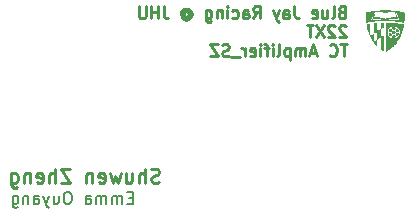
<source format=gbr>
G04 #@! TF.GenerationSoftware,KiCad,Pcbnew,9.0.4*
G04 #@! TF.CreationDate,2025-11-13T19:43:41-05:00*
G04 #@! TF.ProjectId,TC_shuwen,54435f73-6875-4776-956e-2e6b69636164,rev?*
G04 #@! TF.SameCoordinates,Original*
G04 #@! TF.FileFunction,Legend,Bot*
G04 #@! TF.FilePolarity,Positive*
%FSLAX46Y46*%
G04 Gerber Fmt 4.6, Leading zero omitted, Abs format (unit mm)*
G04 Created by KiCad (PCBNEW 9.0.4) date 2025-11-13 19:43:41*
%MOMM*%
%LPD*%
G01*
G04 APERTURE LIST*
%ADD10C,0.250000*%
%ADD11C,0.200000*%
%ADD12C,0.215000*%
%ADD13C,0.000000*%
G04 APERTURE END LIST*
D10*
X127606955Y-85033000D02*
X127435527Y-85090142D01*
X127435527Y-85090142D02*
X127149812Y-85090142D01*
X127149812Y-85090142D02*
X127035527Y-85033000D01*
X127035527Y-85033000D02*
X126978384Y-84975857D01*
X126978384Y-84975857D02*
X126921241Y-84861571D01*
X126921241Y-84861571D02*
X126921241Y-84747285D01*
X126921241Y-84747285D02*
X126978384Y-84633000D01*
X126978384Y-84633000D02*
X127035527Y-84575857D01*
X127035527Y-84575857D02*
X127149812Y-84518714D01*
X127149812Y-84518714D02*
X127378384Y-84461571D01*
X127378384Y-84461571D02*
X127492669Y-84404428D01*
X127492669Y-84404428D02*
X127549812Y-84347285D01*
X127549812Y-84347285D02*
X127606955Y-84233000D01*
X127606955Y-84233000D02*
X127606955Y-84118714D01*
X127606955Y-84118714D02*
X127549812Y-84004428D01*
X127549812Y-84004428D02*
X127492669Y-83947285D01*
X127492669Y-83947285D02*
X127378384Y-83890142D01*
X127378384Y-83890142D02*
X127092669Y-83890142D01*
X127092669Y-83890142D02*
X126921241Y-83947285D01*
X126406955Y-85090142D02*
X126406955Y-83890142D01*
X125892670Y-85090142D02*
X125892670Y-84461571D01*
X125892670Y-84461571D02*
X125949812Y-84347285D01*
X125949812Y-84347285D02*
X126064098Y-84290142D01*
X126064098Y-84290142D02*
X126235527Y-84290142D01*
X126235527Y-84290142D02*
X126349812Y-84347285D01*
X126349812Y-84347285D02*
X126406955Y-84404428D01*
X124806956Y-84290142D02*
X124806956Y-85090142D01*
X125321241Y-84290142D02*
X125321241Y-84918714D01*
X125321241Y-84918714D02*
X125264098Y-85033000D01*
X125264098Y-85033000D02*
X125149813Y-85090142D01*
X125149813Y-85090142D02*
X124978384Y-85090142D01*
X124978384Y-85090142D02*
X124864098Y-85033000D01*
X124864098Y-85033000D02*
X124806956Y-84975857D01*
X124349813Y-84290142D02*
X124121242Y-85090142D01*
X124121242Y-85090142D02*
X123892670Y-84518714D01*
X123892670Y-84518714D02*
X123664099Y-85090142D01*
X123664099Y-85090142D02*
X123435527Y-84290142D01*
X122521241Y-85033000D02*
X122635527Y-85090142D01*
X122635527Y-85090142D02*
X122864099Y-85090142D01*
X122864099Y-85090142D02*
X122978384Y-85033000D01*
X122978384Y-85033000D02*
X123035527Y-84918714D01*
X123035527Y-84918714D02*
X123035527Y-84461571D01*
X123035527Y-84461571D02*
X122978384Y-84347285D01*
X122978384Y-84347285D02*
X122864099Y-84290142D01*
X122864099Y-84290142D02*
X122635527Y-84290142D01*
X122635527Y-84290142D02*
X122521241Y-84347285D01*
X122521241Y-84347285D02*
X122464099Y-84461571D01*
X122464099Y-84461571D02*
X122464099Y-84575857D01*
X122464099Y-84575857D02*
X123035527Y-84690142D01*
X121949813Y-84290142D02*
X121949813Y-85090142D01*
X121949813Y-84404428D02*
X121892670Y-84347285D01*
X121892670Y-84347285D02*
X121778385Y-84290142D01*
X121778385Y-84290142D02*
X121606956Y-84290142D01*
X121606956Y-84290142D02*
X121492670Y-84347285D01*
X121492670Y-84347285D02*
X121435528Y-84461571D01*
X121435528Y-84461571D02*
X121435528Y-85090142D01*
X120064099Y-83890142D02*
X119264099Y-83890142D01*
X119264099Y-83890142D02*
X120064099Y-85090142D01*
X120064099Y-85090142D02*
X119264099Y-85090142D01*
X118806956Y-85090142D02*
X118806956Y-83890142D01*
X118292671Y-85090142D02*
X118292671Y-84461571D01*
X118292671Y-84461571D02*
X118349813Y-84347285D01*
X118349813Y-84347285D02*
X118464099Y-84290142D01*
X118464099Y-84290142D02*
X118635528Y-84290142D01*
X118635528Y-84290142D02*
X118749813Y-84347285D01*
X118749813Y-84347285D02*
X118806956Y-84404428D01*
X117264099Y-85033000D02*
X117378385Y-85090142D01*
X117378385Y-85090142D02*
X117606957Y-85090142D01*
X117606957Y-85090142D02*
X117721242Y-85033000D01*
X117721242Y-85033000D02*
X117778385Y-84918714D01*
X117778385Y-84918714D02*
X117778385Y-84461571D01*
X117778385Y-84461571D02*
X117721242Y-84347285D01*
X117721242Y-84347285D02*
X117606957Y-84290142D01*
X117606957Y-84290142D02*
X117378385Y-84290142D01*
X117378385Y-84290142D02*
X117264099Y-84347285D01*
X117264099Y-84347285D02*
X117206957Y-84461571D01*
X117206957Y-84461571D02*
X117206957Y-84575857D01*
X117206957Y-84575857D02*
X117778385Y-84690142D01*
X116692671Y-84290142D02*
X116692671Y-85090142D01*
X116692671Y-84404428D02*
X116635528Y-84347285D01*
X116635528Y-84347285D02*
X116521243Y-84290142D01*
X116521243Y-84290142D02*
X116349814Y-84290142D01*
X116349814Y-84290142D02*
X116235528Y-84347285D01*
X116235528Y-84347285D02*
X116178386Y-84461571D01*
X116178386Y-84461571D02*
X116178386Y-85090142D01*
X115092672Y-84290142D02*
X115092672Y-85261571D01*
X115092672Y-85261571D02*
X115149814Y-85375857D01*
X115149814Y-85375857D02*
X115206957Y-85433000D01*
X115206957Y-85433000D02*
X115321243Y-85490142D01*
X115321243Y-85490142D02*
X115492672Y-85490142D01*
X115492672Y-85490142D02*
X115606957Y-85433000D01*
X115092672Y-85033000D02*
X115206957Y-85090142D01*
X115206957Y-85090142D02*
X115435529Y-85090142D01*
X115435529Y-85090142D02*
X115549814Y-85033000D01*
X115549814Y-85033000D02*
X115606957Y-84975857D01*
X115606957Y-84975857D02*
X115664100Y-84861571D01*
X115664100Y-84861571D02*
X115664100Y-84518714D01*
X115664100Y-84518714D02*
X115606957Y-84404428D01*
X115606957Y-84404428D02*
X115549814Y-84347285D01*
X115549814Y-84347285D02*
X115435529Y-84290142D01*
X115435529Y-84290142D02*
X115206957Y-84290142D01*
X115206957Y-84290142D02*
X115092672Y-84347285D01*
D11*
X125380326Y-86343409D02*
X125046993Y-86343409D01*
X124904136Y-86867219D02*
X125380326Y-86867219D01*
X125380326Y-86867219D02*
X125380326Y-85867219D01*
X125380326Y-85867219D02*
X124904136Y-85867219D01*
X124475564Y-86867219D02*
X124475564Y-86200552D01*
X124475564Y-86295790D02*
X124427945Y-86248171D01*
X124427945Y-86248171D02*
X124332707Y-86200552D01*
X124332707Y-86200552D02*
X124189850Y-86200552D01*
X124189850Y-86200552D02*
X124094612Y-86248171D01*
X124094612Y-86248171D02*
X124046993Y-86343409D01*
X124046993Y-86343409D02*
X124046993Y-86867219D01*
X124046993Y-86343409D02*
X123999374Y-86248171D01*
X123999374Y-86248171D02*
X123904136Y-86200552D01*
X123904136Y-86200552D02*
X123761279Y-86200552D01*
X123761279Y-86200552D02*
X123666040Y-86248171D01*
X123666040Y-86248171D02*
X123618421Y-86343409D01*
X123618421Y-86343409D02*
X123618421Y-86867219D01*
X123142231Y-86867219D02*
X123142231Y-86200552D01*
X123142231Y-86295790D02*
X123094612Y-86248171D01*
X123094612Y-86248171D02*
X122999374Y-86200552D01*
X122999374Y-86200552D02*
X122856517Y-86200552D01*
X122856517Y-86200552D02*
X122761279Y-86248171D01*
X122761279Y-86248171D02*
X122713660Y-86343409D01*
X122713660Y-86343409D02*
X122713660Y-86867219D01*
X122713660Y-86343409D02*
X122666041Y-86248171D01*
X122666041Y-86248171D02*
X122570803Y-86200552D01*
X122570803Y-86200552D02*
X122427946Y-86200552D01*
X122427946Y-86200552D02*
X122332707Y-86248171D01*
X122332707Y-86248171D02*
X122285088Y-86343409D01*
X122285088Y-86343409D02*
X122285088Y-86867219D01*
X121380327Y-86867219D02*
X121380327Y-86343409D01*
X121380327Y-86343409D02*
X121427946Y-86248171D01*
X121427946Y-86248171D02*
X121523184Y-86200552D01*
X121523184Y-86200552D02*
X121713660Y-86200552D01*
X121713660Y-86200552D02*
X121808898Y-86248171D01*
X121380327Y-86819600D02*
X121475565Y-86867219D01*
X121475565Y-86867219D02*
X121713660Y-86867219D01*
X121713660Y-86867219D02*
X121808898Y-86819600D01*
X121808898Y-86819600D02*
X121856517Y-86724361D01*
X121856517Y-86724361D02*
X121856517Y-86629123D01*
X121856517Y-86629123D02*
X121808898Y-86533885D01*
X121808898Y-86533885D02*
X121713660Y-86486266D01*
X121713660Y-86486266D02*
X121475565Y-86486266D01*
X121475565Y-86486266D02*
X121380327Y-86438647D01*
X119951755Y-85867219D02*
X119761279Y-85867219D01*
X119761279Y-85867219D02*
X119666041Y-85914838D01*
X119666041Y-85914838D02*
X119570803Y-86010076D01*
X119570803Y-86010076D02*
X119523184Y-86200552D01*
X119523184Y-86200552D02*
X119523184Y-86533885D01*
X119523184Y-86533885D02*
X119570803Y-86724361D01*
X119570803Y-86724361D02*
X119666041Y-86819600D01*
X119666041Y-86819600D02*
X119761279Y-86867219D01*
X119761279Y-86867219D02*
X119951755Y-86867219D01*
X119951755Y-86867219D02*
X120046993Y-86819600D01*
X120046993Y-86819600D02*
X120142231Y-86724361D01*
X120142231Y-86724361D02*
X120189850Y-86533885D01*
X120189850Y-86533885D02*
X120189850Y-86200552D01*
X120189850Y-86200552D02*
X120142231Y-86010076D01*
X120142231Y-86010076D02*
X120046993Y-85914838D01*
X120046993Y-85914838D02*
X119951755Y-85867219D01*
X118666041Y-86200552D02*
X118666041Y-86867219D01*
X119094612Y-86200552D02*
X119094612Y-86724361D01*
X119094612Y-86724361D02*
X119046993Y-86819600D01*
X119046993Y-86819600D02*
X118951755Y-86867219D01*
X118951755Y-86867219D02*
X118808898Y-86867219D01*
X118808898Y-86867219D02*
X118713660Y-86819600D01*
X118713660Y-86819600D02*
X118666041Y-86771980D01*
X118285088Y-86200552D02*
X118046993Y-86867219D01*
X117808898Y-86200552D02*
X118046993Y-86867219D01*
X118046993Y-86867219D02*
X118142231Y-87105314D01*
X118142231Y-87105314D02*
X118189850Y-87152933D01*
X118189850Y-87152933D02*
X118285088Y-87200552D01*
X116999374Y-86867219D02*
X116999374Y-86343409D01*
X116999374Y-86343409D02*
X117046993Y-86248171D01*
X117046993Y-86248171D02*
X117142231Y-86200552D01*
X117142231Y-86200552D02*
X117332707Y-86200552D01*
X117332707Y-86200552D02*
X117427945Y-86248171D01*
X116999374Y-86819600D02*
X117094612Y-86867219D01*
X117094612Y-86867219D02*
X117332707Y-86867219D01*
X117332707Y-86867219D02*
X117427945Y-86819600D01*
X117427945Y-86819600D02*
X117475564Y-86724361D01*
X117475564Y-86724361D02*
X117475564Y-86629123D01*
X117475564Y-86629123D02*
X117427945Y-86533885D01*
X117427945Y-86533885D02*
X117332707Y-86486266D01*
X117332707Y-86486266D02*
X117094612Y-86486266D01*
X117094612Y-86486266D02*
X116999374Y-86438647D01*
X116523183Y-86200552D02*
X116523183Y-86867219D01*
X116523183Y-86295790D02*
X116475564Y-86248171D01*
X116475564Y-86248171D02*
X116380326Y-86200552D01*
X116380326Y-86200552D02*
X116237469Y-86200552D01*
X116237469Y-86200552D02*
X116142231Y-86248171D01*
X116142231Y-86248171D02*
X116094612Y-86343409D01*
X116094612Y-86343409D02*
X116094612Y-86867219D01*
X115189850Y-86200552D02*
X115189850Y-87010076D01*
X115189850Y-87010076D02*
X115237469Y-87105314D01*
X115237469Y-87105314D02*
X115285088Y-87152933D01*
X115285088Y-87152933D02*
X115380326Y-87200552D01*
X115380326Y-87200552D02*
X115523183Y-87200552D01*
X115523183Y-87200552D02*
X115618421Y-87152933D01*
X115189850Y-86819600D02*
X115285088Y-86867219D01*
X115285088Y-86867219D02*
X115475564Y-86867219D01*
X115475564Y-86867219D02*
X115570802Y-86819600D01*
X115570802Y-86819600D02*
X115618421Y-86771980D01*
X115618421Y-86771980D02*
X115666040Y-86676742D01*
X115666040Y-86676742D02*
X115666040Y-86391028D01*
X115666040Y-86391028D02*
X115618421Y-86295790D01*
X115618421Y-86295790D02*
X115570802Y-86248171D01*
X115570802Y-86248171D02*
X115475564Y-86200552D01*
X115475564Y-86200552D02*
X115285088Y-86200552D01*
X115285088Y-86200552D02*
X115189850Y-86248171D01*
D12*
X143037124Y-70622741D02*
X142894267Y-70670360D01*
X142894267Y-70670360D02*
X142846648Y-70717979D01*
X142846648Y-70717979D02*
X142799029Y-70813217D01*
X142799029Y-70813217D02*
X142799029Y-70956074D01*
X142799029Y-70956074D02*
X142846648Y-71051312D01*
X142846648Y-71051312D02*
X142894267Y-71098932D01*
X142894267Y-71098932D02*
X142989505Y-71146551D01*
X142989505Y-71146551D02*
X143370457Y-71146551D01*
X143370457Y-71146551D02*
X143370457Y-70146551D01*
X143370457Y-70146551D02*
X143037124Y-70146551D01*
X143037124Y-70146551D02*
X142941886Y-70194170D01*
X142941886Y-70194170D02*
X142894267Y-70241789D01*
X142894267Y-70241789D02*
X142846648Y-70337027D01*
X142846648Y-70337027D02*
X142846648Y-70432265D01*
X142846648Y-70432265D02*
X142894267Y-70527503D01*
X142894267Y-70527503D02*
X142941886Y-70575122D01*
X142941886Y-70575122D02*
X143037124Y-70622741D01*
X143037124Y-70622741D02*
X143370457Y-70622741D01*
X142227600Y-71146551D02*
X142322838Y-71098932D01*
X142322838Y-71098932D02*
X142370457Y-71003693D01*
X142370457Y-71003693D02*
X142370457Y-70146551D01*
X141418076Y-70479884D02*
X141418076Y-71146551D01*
X141846647Y-70479884D02*
X141846647Y-71003693D01*
X141846647Y-71003693D02*
X141799028Y-71098932D01*
X141799028Y-71098932D02*
X141703790Y-71146551D01*
X141703790Y-71146551D02*
X141560933Y-71146551D01*
X141560933Y-71146551D02*
X141465695Y-71098932D01*
X141465695Y-71098932D02*
X141418076Y-71051312D01*
X140560933Y-71098932D02*
X140656171Y-71146551D01*
X140656171Y-71146551D02*
X140846647Y-71146551D01*
X140846647Y-71146551D02*
X140941885Y-71098932D01*
X140941885Y-71098932D02*
X140989504Y-71003693D01*
X140989504Y-71003693D02*
X140989504Y-70622741D01*
X140989504Y-70622741D02*
X140941885Y-70527503D01*
X140941885Y-70527503D02*
X140846647Y-70479884D01*
X140846647Y-70479884D02*
X140656171Y-70479884D01*
X140656171Y-70479884D02*
X140560933Y-70527503D01*
X140560933Y-70527503D02*
X140513314Y-70622741D01*
X140513314Y-70622741D02*
X140513314Y-70717979D01*
X140513314Y-70717979D02*
X140989504Y-70813217D01*
X139037123Y-70146551D02*
X139037123Y-70860836D01*
X139037123Y-70860836D02*
X139084742Y-71003693D01*
X139084742Y-71003693D02*
X139179980Y-71098932D01*
X139179980Y-71098932D02*
X139322837Y-71146551D01*
X139322837Y-71146551D02*
X139418075Y-71146551D01*
X138132361Y-71146551D02*
X138132361Y-70622741D01*
X138132361Y-70622741D02*
X138179980Y-70527503D01*
X138179980Y-70527503D02*
X138275218Y-70479884D01*
X138275218Y-70479884D02*
X138465694Y-70479884D01*
X138465694Y-70479884D02*
X138560932Y-70527503D01*
X138132361Y-71098932D02*
X138227599Y-71146551D01*
X138227599Y-71146551D02*
X138465694Y-71146551D01*
X138465694Y-71146551D02*
X138560932Y-71098932D01*
X138560932Y-71098932D02*
X138608551Y-71003693D01*
X138608551Y-71003693D02*
X138608551Y-70908455D01*
X138608551Y-70908455D02*
X138560932Y-70813217D01*
X138560932Y-70813217D02*
X138465694Y-70765598D01*
X138465694Y-70765598D02*
X138227599Y-70765598D01*
X138227599Y-70765598D02*
X138132361Y-70717979D01*
X137751408Y-70479884D02*
X137513313Y-71146551D01*
X137275218Y-70479884D02*
X137513313Y-71146551D01*
X137513313Y-71146551D02*
X137608551Y-71384646D01*
X137608551Y-71384646D02*
X137656170Y-71432265D01*
X137656170Y-71432265D02*
X137751408Y-71479884D01*
X135560932Y-71146551D02*
X135894265Y-70670360D01*
X136132360Y-71146551D02*
X136132360Y-70146551D01*
X136132360Y-70146551D02*
X135751408Y-70146551D01*
X135751408Y-70146551D02*
X135656170Y-70194170D01*
X135656170Y-70194170D02*
X135608551Y-70241789D01*
X135608551Y-70241789D02*
X135560932Y-70337027D01*
X135560932Y-70337027D02*
X135560932Y-70479884D01*
X135560932Y-70479884D02*
X135608551Y-70575122D01*
X135608551Y-70575122D02*
X135656170Y-70622741D01*
X135656170Y-70622741D02*
X135751408Y-70670360D01*
X135751408Y-70670360D02*
X136132360Y-70670360D01*
X134703789Y-71146551D02*
X134703789Y-70622741D01*
X134703789Y-70622741D02*
X134751408Y-70527503D01*
X134751408Y-70527503D02*
X134846646Y-70479884D01*
X134846646Y-70479884D02*
X135037122Y-70479884D01*
X135037122Y-70479884D02*
X135132360Y-70527503D01*
X134703789Y-71098932D02*
X134799027Y-71146551D01*
X134799027Y-71146551D02*
X135037122Y-71146551D01*
X135037122Y-71146551D02*
X135132360Y-71098932D01*
X135132360Y-71098932D02*
X135179979Y-71003693D01*
X135179979Y-71003693D02*
X135179979Y-70908455D01*
X135179979Y-70908455D02*
X135132360Y-70813217D01*
X135132360Y-70813217D02*
X135037122Y-70765598D01*
X135037122Y-70765598D02*
X134799027Y-70765598D01*
X134799027Y-70765598D02*
X134703789Y-70717979D01*
X133799027Y-71098932D02*
X133894265Y-71146551D01*
X133894265Y-71146551D02*
X134084741Y-71146551D01*
X134084741Y-71146551D02*
X134179979Y-71098932D01*
X134179979Y-71098932D02*
X134227598Y-71051312D01*
X134227598Y-71051312D02*
X134275217Y-70956074D01*
X134275217Y-70956074D02*
X134275217Y-70670360D01*
X134275217Y-70670360D02*
X134227598Y-70575122D01*
X134227598Y-70575122D02*
X134179979Y-70527503D01*
X134179979Y-70527503D02*
X134084741Y-70479884D01*
X134084741Y-70479884D02*
X133894265Y-70479884D01*
X133894265Y-70479884D02*
X133799027Y-70527503D01*
X133370455Y-71146551D02*
X133370455Y-70479884D01*
X133370455Y-70146551D02*
X133418074Y-70194170D01*
X133418074Y-70194170D02*
X133370455Y-70241789D01*
X133370455Y-70241789D02*
X133322836Y-70194170D01*
X133322836Y-70194170D02*
X133370455Y-70146551D01*
X133370455Y-70146551D02*
X133370455Y-70241789D01*
X132894265Y-70479884D02*
X132894265Y-71146551D01*
X132894265Y-70575122D02*
X132846646Y-70527503D01*
X132846646Y-70527503D02*
X132751408Y-70479884D01*
X132751408Y-70479884D02*
X132608551Y-70479884D01*
X132608551Y-70479884D02*
X132513313Y-70527503D01*
X132513313Y-70527503D02*
X132465694Y-70622741D01*
X132465694Y-70622741D02*
X132465694Y-71146551D01*
X131560932Y-70479884D02*
X131560932Y-71289408D01*
X131560932Y-71289408D02*
X131608551Y-71384646D01*
X131608551Y-71384646D02*
X131656170Y-71432265D01*
X131656170Y-71432265D02*
X131751408Y-71479884D01*
X131751408Y-71479884D02*
X131894265Y-71479884D01*
X131894265Y-71479884D02*
X131989503Y-71432265D01*
X131560932Y-71098932D02*
X131656170Y-71146551D01*
X131656170Y-71146551D02*
X131846646Y-71146551D01*
X131846646Y-71146551D02*
X131941884Y-71098932D01*
X131941884Y-71098932D02*
X131989503Y-71051312D01*
X131989503Y-71051312D02*
X132037122Y-70956074D01*
X132037122Y-70956074D02*
X132037122Y-70670360D01*
X132037122Y-70670360D02*
X131989503Y-70575122D01*
X131989503Y-70575122D02*
X131941884Y-70527503D01*
X131941884Y-70527503D02*
X131846646Y-70479884D01*
X131846646Y-70479884D02*
X131656170Y-70479884D01*
X131656170Y-70479884D02*
X131560932Y-70527503D01*
X129703789Y-70670360D02*
X129751408Y-70622741D01*
X129751408Y-70622741D02*
X129846646Y-70575122D01*
X129846646Y-70575122D02*
X129941884Y-70575122D01*
X129941884Y-70575122D02*
X130037122Y-70622741D01*
X130037122Y-70622741D02*
X130084741Y-70670360D01*
X130084741Y-70670360D02*
X130132360Y-70765598D01*
X130132360Y-70765598D02*
X130132360Y-70860836D01*
X130132360Y-70860836D02*
X130084741Y-70956074D01*
X130084741Y-70956074D02*
X130037122Y-71003693D01*
X130037122Y-71003693D02*
X129941884Y-71051312D01*
X129941884Y-71051312D02*
X129846646Y-71051312D01*
X129846646Y-71051312D02*
X129751408Y-71003693D01*
X129751408Y-71003693D02*
X129703789Y-70956074D01*
X129703789Y-70575122D02*
X129703789Y-70956074D01*
X129703789Y-70956074D02*
X129656170Y-71003693D01*
X129656170Y-71003693D02*
X129608551Y-71003693D01*
X129608551Y-71003693D02*
X129513312Y-70956074D01*
X129513312Y-70956074D02*
X129465693Y-70860836D01*
X129465693Y-70860836D02*
X129465693Y-70622741D01*
X129465693Y-70622741D02*
X129560932Y-70479884D01*
X129560932Y-70479884D02*
X129703789Y-70384646D01*
X129703789Y-70384646D02*
X129894265Y-70337027D01*
X129894265Y-70337027D02*
X130084741Y-70384646D01*
X130084741Y-70384646D02*
X130227598Y-70479884D01*
X130227598Y-70479884D02*
X130322836Y-70622741D01*
X130322836Y-70622741D02*
X130370455Y-70813217D01*
X130370455Y-70813217D02*
X130322836Y-71003693D01*
X130322836Y-71003693D02*
X130227598Y-71146551D01*
X130227598Y-71146551D02*
X130084741Y-71241789D01*
X130084741Y-71241789D02*
X129894265Y-71289408D01*
X129894265Y-71289408D02*
X129703789Y-71241789D01*
X129703789Y-71241789D02*
X129560932Y-71146551D01*
X127989503Y-70146551D02*
X127989503Y-70860836D01*
X127989503Y-70860836D02*
X128037122Y-71003693D01*
X128037122Y-71003693D02*
X128132360Y-71098932D01*
X128132360Y-71098932D02*
X128275217Y-71146551D01*
X128275217Y-71146551D02*
X128370455Y-71146551D01*
X127513312Y-71146551D02*
X127513312Y-70146551D01*
X127513312Y-70622741D02*
X126941884Y-70622741D01*
X126941884Y-71146551D02*
X126941884Y-70146551D01*
X126465693Y-70146551D02*
X126465693Y-70956074D01*
X126465693Y-70956074D02*
X126418074Y-71051312D01*
X126418074Y-71051312D02*
X126370455Y-71098932D01*
X126370455Y-71098932D02*
X126275217Y-71146551D01*
X126275217Y-71146551D02*
X126084741Y-71146551D01*
X126084741Y-71146551D02*
X125989503Y-71098932D01*
X125989503Y-71098932D02*
X125941884Y-71051312D01*
X125941884Y-71051312D02*
X125894265Y-70956074D01*
X125894265Y-70956074D02*
X125894265Y-70146551D01*
X143418076Y-71851733D02*
X143370457Y-71804114D01*
X143370457Y-71804114D02*
X143275219Y-71756495D01*
X143275219Y-71756495D02*
X143037124Y-71756495D01*
X143037124Y-71756495D02*
X142941886Y-71804114D01*
X142941886Y-71804114D02*
X142894267Y-71851733D01*
X142894267Y-71851733D02*
X142846648Y-71946971D01*
X142846648Y-71946971D02*
X142846648Y-72042209D01*
X142846648Y-72042209D02*
X142894267Y-72185066D01*
X142894267Y-72185066D02*
X143465695Y-72756495D01*
X143465695Y-72756495D02*
X142846648Y-72756495D01*
X142465695Y-71851733D02*
X142418076Y-71804114D01*
X142418076Y-71804114D02*
X142322838Y-71756495D01*
X142322838Y-71756495D02*
X142084743Y-71756495D01*
X142084743Y-71756495D02*
X141989505Y-71804114D01*
X141989505Y-71804114D02*
X141941886Y-71851733D01*
X141941886Y-71851733D02*
X141894267Y-71946971D01*
X141894267Y-71946971D02*
X141894267Y-72042209D01*
X141894267Y-72042209D02*
X141941886Y-72185066D01*
X141941886Y-72185066D02*
X142513314Y-72756495D01*
X142513314Y-72756495D02*
X141894267Y-72756495D01*
X141560933Y-71756495D02*
X140894267Y-72756495D01*
X140894267Y-71756495D02*
X141560933Y-72756495D01*
X140656171Y-71756495D02*
X140084743Y-71756495D01*
X140370457Y-72756495D02*
X140370457Y-71756495D01*
X143513314Y-73366439D02*
X142941886Y-73366439D01*
X143227600Y-74366439D02*
X143227600Y-73366439D01*
X142037124Y-74271200D02*
X142084743Y-74318820D01*
X142084743Y-74318820D02*
X142227600Y-74366439D01*
X142227600Y-74366439D02*
X142322838Y-74366439D01*
X142322838Y-74366439D02*
X142465695Y-74318820D01*
X142465695Y-74318820D02*
X142560933Y-74223581D01*
X142560933Y-74223581D02*
X142608552Y-74128343D01*
X142608552Y-74128343D02*
X142656171Y-73937867D01*
X142656171Y-73937867D02*
X142656171Y-73795010D01*
X142656171Y-73795010D02*
X142608552Y-73604534D01*
X142608552Y-73604534D02*
X142560933Y-73509296D01*
X142560933Y-73509296D02*
X142465695Y-73414058D01*
X142465695Y-73414058D02*
X142322838Y-73366439D01*
X142322838Y-73366439D02*
X142227600Y-73366439D01*
X142227600Y-73366439D02*
X142084743Y-73414058D01*
X142084743Y-73414058D02*
X142037124Y-73461677D01*
X140894266Y-74080724D02*
X140418076Y-74080724D01*
X140989504Y-74366439D02*
X140656171Y-73366439D01*
X140656171Y-73366439D02*
X140322838Y-74366439D01*
X139989504Y-74366439D02*
X139989504Y-73699772D01*
X139989504Y-73795010D02*
X139941885Y-73747391D01*
X139941885Y-73747391D02*
X139846647Y-73699772D01*
X139846647Y-73699772D02*
X139703790Y-73699772D01*
X139703790Y-73699772D02*
X139608552Y-73747391D01*
X139608552Y-73747391D02*
X139560933Y-73842629D01*
X139560933Y-73842629D02*
X139560933Y-74366439D01*
X139560933Y-73842629D02*
X139513314Y-73747391D01*
X139513314Y-73747391D02*
X139418076Y-73699772D01*
X139418076Y-73699772D02*
X139275219Y-73699772D01*
X139275219Y-73699772D02*
X139179980Y-73747391D01*
X139179980Y-73747391D02*
X139132361Y-73842629D01*
X139132361Y-73842629D02*
X139132361Y-74366439D01*
X138656171Y-73699772D02*
X138656171Y-74699772D01*
X138656171Y-73747391D02*
X138560933Y-73699772D01*
X138560933Y-73699772D02*
X138370457Y-73699772D01*
X138370457Y-73699772D02*
X138275219Y-73747391D01*
X138275219Y-73747391D02*
X138227600Y-73795010D01*
X138227600Y-73795010D02*
X138179981Y-73890248D01*
X138179981Y-73890248D02*
X138179981Y-74175962D01*
X138179981Y-74175962D02*
X138227600Y-74271200D01*
X138227600Y-74271200D02*
X138275219Y-74318820D01*
X138275219Y-74318820D02*
X138370457Y-74366439D01*
X138370457Y-74366439D02*
X138560933Y-74366439D01*
X138560933Y-74366439D02*
X138656171Y-74318820D01*
X137608552Y-74366439D02*
X137703790Y-74318820D01*
X137703790Y-74318820D02*
X137751409Y-74223581D01*
X137751409Y-74223581D02*
X137751409Y-73366439D01*
X137227599Y-74366439D02*
X137227599Y-73699772D01*
X137227599Y-73366439D02*
X137275218Y-73414058D01*
X137275218Y-73414058D02*
X137227599Y-73461677D01*
X137227599Y-73461677D02*
X137179980Y-73414058D01*
X137179980Y-73414058D02*
X137227599Y-73366439D01*
X137227599Y-73366439D02*
X137227599Y-73461677D01*
X136894266Y-73699772D02*
X136513314Y-73699772D01*
X136751409Y-74366439D02*
X136751409Y-73509296D01*
X136751409Y-73509296D02*
X136703790Y-73414058D01*
X136703790Y-73414058D02*
X136608552Y-73366439D01*
X136608552Y-73366439D02*
X136513314Y-73366439D01*
X136179980Y-74366439D02*
X136179980Y-73699772D01*
X136179980Y-73366439D02*
X136227599Y-73414058D01*
X136227599Y-73414058D02*
X136179980Y-73461677D01*
X136179980Y-73461677D02*
X136132361Y-73414058D01*
X136132361Y-73414058D02*
X136179980Y-73366439D01*
X136179980Y-73366439D02*
X136179980Y-73461677D01*
X135322838Y-74318820D02*
X135418076Y-74366439D01*
X135418076Y-74366439D02*
X135608552Y-74366439D01*
X135608552Y-74366439D02*
X135703790Y-74318820D01*
X135703790Y-74318820D02*
X135751409Y-74223581D01*
X135751409Y-74223581D02*
X135751409Y-73842629D01*
X135751409Y-73842629D02*
X135703790Y-73747391D01*
X135703790Y-73747391D02*
X135608552Y-73699772D01*
X135608552Y-73699772D02*
X135418076Y-73699772D01*
X135418076Y-73699772D02*
X135322838Y-73747391D01*
X135322838Y-73747391D02*
X135275219Y-73842629D01*
X135275219Y-73842629D02*
X135275219Y-73937867D01*
X135275219Y-73937867D02*
X135751409Y-74033105D01*
X134846647Y-74366439D02*
X134846647Y-73699772D01*
X134846647Y-73890248D02*
X134799028Y-73795010D01*
X134799028Y-73795010D02*
X134751409Y-73747391D01*
X134751409Y-73747391D02*
X134656171Y-73699772D01*
X134656171Y-73699772D02*
X134560933Y-73699772D01*
X134465695Y-74461677D02*
X133703790Y-74461677D01*
X133513313Y-74318820D02*
X133370456Y-74366439D01*
X133370456Y-74366439D02*
X133132361Y-74366439D01*
X133132361Y-74366439D02*
X133037123Y-74318820D01*
X133037123Y-74318820D02*
X132989504Y-74271200D01*
X132989504Y-74271200D02*
X132941885Y-74175962D01*
X132941885Y-74175962D02*
X132941885Y-74080724D01*
X132941885Y-74080724D02*
X132989504Y-73985486D01*
X132989504Y-73985486D02*
X133037123Y-73937867D01*
X133037123Y-73937867D02*
X133132361Y-73890248D01*
X133132361Y-73890248D02*
X133322837Y-73842629D01*
X133322837Y-73842629D02*
X133418075Y-73795010D01*
X133418075Y-73795010D02*
X133465694Y-73747391D01*
X133465694Y-73747391D02*
X133513313Y-73652153D01*
X133513313Y-73652153D02*
X133513313Y-73556915D01*
X133513313Y-73556915D02*
X133465694Y-73461677D01*
X133465694Y-73461677D02*
X133418075Y-73414058D01*
X133418075Y-73414058D02*
X133322837Y-73366439D01*
X133322837Y-73366439D02*
X133084742Y-73366439D01*
X133084742Y-73366439D02*
X132941885Y-73414058D01*
X132608551Y-73366439D02*
X131941885Y-73366439D01*
X131941885Y-73366439D02*
X132608551Y-74366439D01*
X132608551Y-74366439D02*
X131941885Y-74366439D01*
D13*
G36*
X146677829Y-71694663D02*
G01*
X146677829Y-71864071D01*
X146527649Y-71963685D01*
X146511627Y-71974307D01*
X146489568Y-71988916D01*
X146468700Y-72002716D01*
X146449284Y-72015536D01*
X146431580Y-72027206D01*
X146415848Y-72037555D01*
X146402349Y-72046410D01*
X146391342Y-72053602D01*
X146383087Y-72058959D01*
X146377846Y-72062310D01*
X146375877Y-72063485D01*
X146375681Y-72061498D01*
X146375489Y-72055527D01*
X146375306Y-72045825D01*
X146375132Y-72032644D01*
X146374971Y-72016237D01*
X146374823Y-71996860D01*
X146374689Y-71974764D01*
X146374572Y-71950204D01*
X146374473Y-71923432D01*
X146374393Y-71894703D01*
X146374334Y-71864269D01*
X146374298Y-71832385D01*
X146374285Y-71799303D01*
X146374285Y-71534935D01*
X146408779Y-71533514D01*
X146420885Y-71533018D01*
X146458534Y-71531523D01*
X146492911Y-71530239D01*
X146524759Y-71529140D01*
X146554820Y-71528202D01*
X146583839Y-71527401D01*
X146612556Y-71526710D01*
X146677829Y-71525254D01*
X146677829Y-71694663D01*
G37*
G36*
X147488542Y-72214690D02*
G01*
X147506130Y-72217027D01*
X147522586Y-72221685D01*
X147539185Y-72228914D01*
X147555328Y-72238218D01*
X147575018Y-72253529D01*
X147591564Y-72271441D01*
X147604772Y-72291640D01*
X147614448Y-72313813D01*
X147620396Y-72337647D01*
X147622422Y-72362829D01*
X147622396Y-72365563D01*
X147619901Y-72389700D01*
X147613548Y-72412749D01*
X147603637Y-72434319D01*
X147590471Y-72454021D01*
X147574349Y-72471465D01*
X147555575Y-72486263D01*
X147534449Y-72498025D01*
X147511274Y-72506362D01*
X147496281Y-72509128D01*
X147478339Y-72510209D01*
X147459522Y-72509506D01*
X147441319Y-72507077D01*
X147425222Y-72502980D01*
X147405869Y-72494743D01*
X147385726Y-72482260D01*
X147367666Y-72466829D01*
X147352349Y-72449022D01*
X147340434Y-72429411D01*
X147339729Y-72427967D01*
X147332510Y-72411353D01*
X147327840Y-72395966D01*
X147325326Y-72380142D01*
X147324575Y-72362221D01*
X147325752Y-72341704D01*
X147330474Y-72318509D01*
X147338936Y-72297124D01*
X147351275Y-72277221D01*
X147367628Y-72258469D01*
X147373130Y-72253155D01*
X147389973Y-72239021D01*
X147406805Y-72228470D01*
X147424470Y-72221124D01*
X147443815Y-72216603D01*
X147465686Y-72214529D01*
X147468547Y-72214423D01*
X147488542Y-72214690D01*
G37*
G36*
X147156231Y-72398301D02*
G01*
X147176878Y-72400456D01*
X147197022Y-72403877D01*
X147215762Y-72408495D01*
X147232199Y-72414244D01*
X147253105Y-72424856D01*
X147271211Y-72438094D01*
X147285830Y-72453535D01*
X147296936Y-72471035D01*
X147304501Y-72490447D01*
X147308497Y-72511626D01*
X147308899Y-72534425D01*
X147305678Y-72558701D01*
X147298808Y-72584306D01*
X147288262Y-72611095D01*
X147274012Y-72638922D01*
X147269873Y-72645839D01*
X147256835Y-72663565D01*
X147242594Y-72677242D01*
X147227155Y-72686863D01*
X147210525Y-72692423D01*
X147207746Y-72692919D01*
X147192186Y-72693449D01*
X147175933Y-72690716D01*
X147160242Y-72685028D01*
X147146368Y-72676693D01*
X147136961Y-72668404D01*
X147125620Y-72656172D01*
X147113534Y-72641186D01*
X147101127Y-72624065D01*
X147088825Y-72605426D01*
X147077054Y-72585887D01*
X147066237Y-72566065D01*
X147056800Y-72546576D01*
X147050449Y-72531797D01*
X147043351Y-72512464D01*
X147038827Y-72495513D01*
X147036785Y-72480434D01*
X147037130Y-72466716D01*
X147039769Y-72453849D01*
X147042159Y-72447241D01*
X147050044Y-72433181D01*
X147060815Y-72420564D01*
X147073595Y-72410318D01*
X147087506Y-72403371D01*
X147100274Y-72400108D01*
X147117029Y-72398060D01*
X147135981Y-72397480D01*
X147156231Y-72398301D01*
G37*
G36*
X147205122Y-72032595D02*
G01*
X147219647Y-72036096D01*
X147225938Y-72038775D01*
X147238654Y-72046438D01*
X147250505Y-72056975D01*
X147261788Y-72070721D01*
X147272799Y-72088015D01*
X147283835Y-72109195D01*
X147288023Y-72118308D01*
X147298079Y-72144910D01*
X147304440Y-72170372D01*
X147307138Y-72194529D01*
X147306202Y-72217214D01*
X147301664Y-72238261D01*
X147293554Y-72257504D01*
X147281903Y-72274777D01*
X147266741Y-72289912D01*
X147248100Y-72302745D01*
X147239141Y-72307224D01*
X147225377Y-72312745D01*
X147209886Y-72317856D01*
X147194046Y-72322110D01*
X147179237Y-72325059D01*
X147177537Y-72325313D01*
X147164712Y-72326734D01*
X147150287Y-72327651D01*
X147135424Y-72328049D01*
X147121283Y-72327915D01*
X147109027Y-72327235D01*
X147099816Y-72325995D01*
X147095276Y-72324883D01*
X147080223Y-72319052D01*
X147066125Y-72310571D01*
X147054586Y-72300349D01*
X147053412Y-72299018D01*
X147043555Y-72284466D01*
X147037541Y-72268195D01*
X147035383Y-72250306D01*
X147037095Y-72230902D01*
X147042690Y-72210083D01*
X147048340Y-72195044D01*
X147058190Y-72172341D01*
X147069406Y-72149878D01*
X147081664Y-72128132D01*
X147094638Y-72107579D01*
X147108005Y-72088697D01*
X147121440Y-72071961D01*
X147134618Y-72057848D01*
X147147215Y-72046835D01*
X147158906Y-72039399D01*
X147173227Y-72034332D01*
X147189142Y-72032035D01*
X147205122Y-72032595D01*
G37*
G36*
X147488331Y-72571092D02*
G01*
X147509434Y-72576116D01*
X147530235Y-72585265D01*
X147550529Y-72598529D01*
X147560159Y-72606609D01*
X147573733Y-72620128D01*
X147587011Y-72635593D01*
X147599479Y-72652253D01*
X147610622Y-72669357D01*
X147619925Y-72686155D01*
X147626874Y-72701897D01*
X147630955Y-72715831D01*
X147632178Y-72725246D01*
X147631349Y-72742387D01*
X147626742Y-72758635D01*
X147618659Y-72773498D01*
X147607402Y-72786480D01*
X147593272Y-72797087D01*
X147576573Y-72804824D01*
X147573313Y-72805827D01*
X147564175Y-72808089D01*
X147552667Y-72810472D01*
X147540025Y-72812745D01*
X147527486Y-72814679D01*
X147516288Y-72816042D01*
X147506852Y-72816766D01*
X147489421Y-72817341D01*
X147470075Y-72817241D01*
X147449837Y-72816524D01*
X147429732Y-72815245D01*
X147410785Y-72813459D01*
X147394020Y-72811225D01*
X147380463Y-72808597D01*
X147368936Y-72805084D01*
X147352248Y-72796916D01*
X147338309Y-72786065D01*
X147327368Y-72772941D01*
X147319673Y-72757957D01*
X147315473Y-72741524D01*
X147315017Y-72724055D01*
X147318552Y-72705961D01*
X147318932Y-72704750D01*
X147325789Y-72687890D01*
X147335647Y-72669835D01*
X147347863Y-72651418D01*
X147361793Y-72633473D01*
X147376796Y-72616833D01*
X147392227Y-72602329D01*
X147407446Y-72590794D01*
X147425229Y-72580885D01*
X147446025Y-72573466D01*
X147467127Y-72570205D01*
X147488331Y-72571092D01*
G37*
G36*
X147830646Y-72399222D02*
G01*
X147848688Y-72402090D01*
X147863564Y-72406779D01*
X147866671Y-72408279D01*
X147876719Y-72415003D01*
X147886770Y-72424078D01*
X147895621Y-72434325D01*
X147902069Y-72444561D01*
X147904497Y-72449796D01*
X147906310Y-72455047D01*
X147907328Y-72460777D01*
X147907762Y-72468237D01*
X147907823Y-72478676D01*
X147907823Y-72478751D01*
X147907652Y-72489247D01*
X147907049Y-72497223D01*
X147905707Y-72504284D01*
X147903324Y-72512035D01*
X147899595Y-72522082D01*
X147891926Y-72540766D01*
X147874742Y-72576098D01*
X147854821Y-72609920D01*
X147832866Y-72640974D01*
X147830172Y-72644408D01*
X147817439Y-72659596D01*
X147805804Y-72671466D01*
X147794726Y-72680470D01*
X147783662Y-72687059D01*
X147772071Y-72691686D01*
X147764939Y-72693322D01*
X147752240Y-72694377D01*
X147738940Y-72693749D01*
X147727016Y-72691449D01*
X147723449Y-72690283D01*
X147709955Y-72683686D01*
X147697259Y-72673740D01*
X147685154Y-72660225D01*
X147673435Y-72642918D01*
X147661893Y-72621599D01*
X147651393Y-72597997D01*
X147642474Y-72571333D01*
X147637376Y-72546149D01*
X147636096Y-72522512D01*
X147638632Y-72500489D01*
X147644980Y-72480144D01*
X147655140Y-72461545D01*
X147669106Y-72444759D01*
X147677291Y-72437277D01*
X147695266Y-72424695D01*
X147716192Y-72414589D01*
X147740302Y-72406857D01*
X147767825Y-72401397D01*
X147787809Y-72399102D01*
X147810125Y-72398213D01*
X147830646Y-72399222D01*
G37*
G36*
X147492541Y-71908928D02*
G01*
X147515669Y-71910223D01*
X147537527Y-71912513D01*
X147557402Y-71915799D01*
X147574581Y-71920080D01*
X147588352Y-71925356D01*
X147594321Y-71928671D01*
X147607107Y-71938465D01*
X147618161Y-71950549D01*
X147626229Y-71963655D01*
X147627084Y-71965521D01*
X147629574Y-71971862D01*
X147631042Y-71978073D01*
X147631743Y-71985606D01*
X147631935Y-71995915D01*
X147631938Y-71997967D01*
X147631806Y-72006838D01*
X147631177Y-72013481D01*
X147629699Y-72019401D01*
X147627023Y-72026101D01*
X147622797Y-72035084D01*
X147619307Y-72042099D01*
X147604853Y-72067168D01*
X147588646Y-72089715D01*
X147570996Y-72109454D01*
X147552215Y-72126099D01*
X147532615Y-72139367D01*
X147512507Y-72148971D01*
X147492202Y-72154628D01*
X147487917Y-72155260D01*
X147470177Y-72155716D01*
X147451453Y-72153232D01*
X147433112Y-72148065D01*
X147416522Y-72140469D01*
X147413804Y-72138874D01*
X147394561Y-72125204D01*
X147375895Y-72107893D01*
X147358259Y-72087459D01*
X147342110Y-72064423D01*
X147327904Y-72039304D01*
X147321546Y-72025094D01*
X147316633Y-72008420D01*
X147315283Y-71992828D01*
X147317458Y-71977693D01*
X147323119Y-71962394D01*
X147323229Y-71962163D01*
X147332592Y-71947210D01*
X147344971Y-71934630D01*
X147359576Y-71925229D01*
X147366990Y-71922094D01*
X147382778Y-71917406D01*
X147401571Y-71913715D01*
X147422657Y-71911023D01*
X147445322Y-71909328D01*
X147468854Y-71908630D01*
X147492541Y-71908928D01*
G37*
G36*
X147758893Y-72033089D02*
G01*
X147767654Y-72033456D01*
X147774275Y-72034419D01*
X147780214Y-72036251D01*
X147786929Y-72039227D01*
X147798298Y-72046328D01*
X147810630Y-72056974D01*
X147823590Y-72070673D01*
X147836843Y-72086938D01*
X147850058Y-72105277D01*
X147862899Y-72125201D01*
X147875034Y-72146220D01*
X147886129Y-72167845D01*
X147895850Y-72189586D01*
X147903865Y-72210953D01*
X147907258Y-72221419D01*
X147909442Y-72229455D01*
X147910595Y-72236291D01*
X147910950Y-72243316D01*
X147910741Y-72251919D01*
X147910586Y-72255105D01*
X147909564Y-72265550D01*
X147907607Y-72273988D01*
X147904344Y-72282177D01*
X147902486Y-72285842D01*
X147892860Y-72299485D01*
X147880283Y-72311246D01*
X147865708Y-72320356D01*
X147850088Y-72326044D01*
X147848364Y-72326381D01*
X147840723Y-72327208D01*
X147830245Y-72327751D01*
X147817980Y-72328006D01*
X147804980Y-72327973D01*
X147792294Y-72327650D01*
X147780974Y-72327037D01*
X147772071Y-72326133D01*
X147766729Y-72325319D01*
X147738982Y-72319288D01*
X147714488Y-72310713D01*
X147693297Y-72299630D01*
X147675457Y-72286077D01*
X147661017Y-72270087D01*
X147650026Y-72251697D01*
X147642532Y-72230944D01*
X147641706Y-72227289D01*
X147640092Y-72214085D01*
X147639752Y-72198678D01*
X147640631Y-72182428D01*
X147642671Y-72166694D01*
X147645815Y-72152837D01*
X147647242Y-72148176D01*
X147654634Y-72127769D01*
X147663659Y-72107552D01*
X147673793Y-72088531D01*
X147684512Y-72071709D01*
X147695290Y-72058092D01*
X147704590Y-72049437D01*
X147719663Y-72039902D01*
X147725122Y-72037310D01*
X147731135Y-72034969D01*
X147736968Y-72033675D01*
X147744095Y-72033131D01*
X147753991Y-72033045D01*
X147758893Y-72033089D01*
G37*
G36*
X145903430Y-70740577D02*
G01*
X145901516Y-70746331D01*
X145898380Y-70755510D01*
X145894120Y-70767830D01*
X145888837Y-70783006D01*
X145882628Y-70800755D01*
X145875594Y-70820794D01*
X145867833Y-70842839D01*
X145859445Y-70866606D01*
X145850529Y-70891812D01*
X145841184Y-70918173D01*
X145832065Y-70943883D01*
X145823059Y-70969299D01*
X145814546Y-70993348D01*
X145806629Y-71015738D01*
X145799411Y-71036179D01*
X145792995Y-71054377D01*
X145787484Y-71070043D01*
X145782979Y-71082883D01*
X145779585Y-71092607D01*
X145777404Y-71098923D01*
X145776539Y-71101539D01*
X145775388Y-71105988D01*
X145798357Y-71102030D01*
X145814194Y-71099401D01*
X145879906Y-71090462D01*
X145948322Y-71084155D01*
X146018963Y-71080457D01*
X146091350Y-71079343D01*
X146165004Y-71080791D01*
X146239447Y-71084777D01*
X146314199Y-71091276D01*
X146388781Y-71100266D01*
X146462714Y-71111722D01*
X146535520Y-71125622D01*
X146606719Y-71141941D01*
X146612404Y-71143373D01*
X146626617Y-71147058D01*
X146641798Y-71151113D01*
X146657383Y-71155377D01*
X146672810Y-71159689D01*
X146687515Y-71163886D01*
X146700933Y-71167807D01*
X146712503Y-71171289D01*
X146721659Y-71174171D01*
X146727839Y-71176292D01*
X146730479Y-71177488D01*
X146730096Y-71178203D01*
X146726848Y-71178609D01*
X146726407Y-71178627D01*
X146721649Y-71179479D01*
X146714484Y-71181355D01*
X146706284Y-71183903D01*
X146701923Y-71185310D01*
X146695584Y-71187024D01*
X146689191Y-71188152D01*
X146681696Y-71188813D01*
X146672051Y-71189125D01*
X146659210Y-71189206D01*
X146647902Y-71189238D01*
X146610289Y-71189685D01*
X146569313Y-71190638D01*
X146525356Y-71192069D01*
X146478798Y-71193947D01*
X146430020Y-71196243D01*
X146379401Y-71198928D01*
X146327322Y-71201974D01*
X146274163Y-71205351D01*
X146220304Y-71209029D01*
X146166127Y-71212980D01*
X146112010Y-71217174D01*
X146058336Y-71221582D01*
X146005482Y-71226175D01*
X145953832Y-71230923D01*
X145903763Y-71235799D01*
X145855657Y-71240771D01*
X145809894Y-71245812D01*
X145766855Y-71250891D01*
X145726919Y-71255981D01*
X145690468Y-71261051D01*
X145657880Y-71266072D01*
X145655424Y-71266466D01*
X145647871Y-71267572D01*
X145642407Y-71268212D01*
X145640078Y-71268256D01*
X145640299Y-71267465D01*
X145641836Y-71263135D01*
X145644748Y-71255249D01*
X145648943Y-71244051D01*
X145654327Y-71229785D01*
X145660809Y-71212696D01*
X145668294Y-71193028D01*
X145676689Y-71171025D01*
X145685903Y-71146931D01*
X145695841Y-71120992D01*
X145706410Y-71093451D01*
X145717518Y-71064553D01*
X145729072Y-71034542D01*
X145818885Y-70801417D01*
X145861125Y-70769611D01*
X145870481Y-70762596D01*
X145881175Y-70754659D01*
X145890338Y-70747949D01*
X145897508Y-70742801D01*
X145902223Y-70739550D01*
X145904022Y-70738529D01*
X145903430Y-70740577D01*
G37*
G36*
X147601954Y-70738861D02*
G01*
X147606056Y-70741744D01*
X147612716Y-70746591D01*
X147621459Y-70753052D01*
X147631812Y-70760780D01*
X147643302Y-70769427D01*
X147653046Y-70776824D01*
X147664424Y-70785621D01*
X147673054Y-70792567D01*
X147679352Y-70798026D01*
X147683730Y-70802363D01*
X147686603Y-70805942D01*
X147688385Y-70809128D01*
X147689534Y-70811927D01*
X147692124Y-70818466D01*
X147695969Y-70828291D01*
X147700954Y-70841099D01*
X147706962Y-70856588D01*
X147713877Y-70874459D01*
X147721585Y-70894408D01*
X147729968Y-70916135D01*
X147738911Y-70939337D01*
X147748299Y-70963714D01*
X147758015Y-70988963D01*
X147767944Y-71014784D01*
X147777970Y-71040874D01*
X147787976Y-71066932D01*
X147797848Y-71092657D01*
X147807469Y-71117747D01*
X147816724Y-71141900D01*
X147825496Y-71164814D01*
X147833670Y-71186189D01*
X147841130Y-71205723D01*
X147847760Y-71223114D01*
X147853444Y-71238061D01*
X147858067Y-71250261D01*
X147861512Y-71259415D01*
X147863664Y-71265219D01*
X147864407Y-71267372D01*
X147863786Y-71267854D01*
X147860143Y-71267986D01*
X147854325Y-71267211D01*
X147849665Y-71266404D01*
X147839729Y-71264874D01*
X147826522Y-71262979D01*
X147810602Y-71260791D01*
X147792529Y-71258383D01*
X147772861Y-71255827D01*
X147752159Y-71253196D01*
X147730981Y-71250563D01*
X147709885Y-71247998D01*
X147689433Y-71245576D01*
X147670182Y-71243368D01*
X147623555Y-71238291D01*
X147570389Y-71232869D01*
X147515587Y-71227635D01*
X147459567Y-71222618D01*
X147402746Y-71217843D01*
X147345542Y-71213339D01*
X147288371Y-71209134D01*
X147231651Y-71205253D01*
X147175799Y-71201726D01*
X147121233Y-71198578D01*
X147068369Y-71195838D01*
X147017626Y-71193532D01*
X146969419Y-71191689D01*
X146924168Y-71190336D01*
X146882289Y-71189499D01*
X146844198Y-71189206D01*
X146836997Y-71189186D01*
X146825887Y-71189012D01*
X146817730Y-71188588D01*
X146811675Y-71187827D01*
X146806871Y-71186643D01*
X146802468Y-71184947D01*
X146800191Y-71184014D01*
X146791242Y-71181141D01*
X146782633Y-71179303D01*
X146772427Y-71177908D01*
X146784032Y-71173941D01*
X146792199Y-71171282D01*
X146804747Y-71167447D01*
X146819816Y-71163022D01*
X146836553Y-71158248D01*
X146854103Y-71153365D01*
X146871613Y-71148612D01*
X146888227Y-71144231D01*
X146903092Y-71140461D01*
X146925850Y-71134996D01*
X146996407Y-71119906D01*
X147068503Y-71107163D01*
X147141648Y-71096792D01*
X147215352Y-71088815D01*
X147289125Y-71083257D01*
X147362476Y-71080140D01*
X147434914Y-71079488D01*
X147505950Y-71081326D01*
X147575093Y-71085675D01*
X147641852Y-71092560D01*
X147705737Y-71102004D01*
X147713574Y-71103275D01*
X147721334Y-71104339D01*
X147726609Y-71104827D01*
X147728556Y-71104639D01*
X147728549Y-71104600D01*
X147727722Y-71102070D01*
X147725594Y-71095857D01*
X147722262Y-71086242D01*
X147717825Y-71073510D01*
X147712382Y-71057941D01*
X147706033Y-71039818D01*
X147698875Y-71019423D01*
X147691009Y-70997038D01*
X147682532Y-70972946D01*
X147673543Y-70947429D01*
X147664143Y-70920769D01*
X147663082Y-70917763D01*
X147653745Y-70891257D01*
X147644853Y-70865949D01*
X147636503Y-70842118D01*
X147628792Y-70820044D01*
X147621817Y-70800006D01*
X147615675Y-70782284D01*
X147610462Y-70767158D01*
X147606275Y-70754906D01*
X147603213Y-70745809D01*
X147601370Y-70740146D01*
X147600845Y-70738196D01*
X147601954Y-70738861D01*
G37*
G36*
X145459190Y-71634052D02*
G01*
X145459460Y-71636007D01*
X145459711Y-71640116D01*
X145459942Y-71646495D01*
X145460156Y-71655259D01*
X145460351Y-71666523D01*
X145460529Y-71680404D01*
X145460691Y-71697017D01*
X145460837Y-71716477D01*
X145460966Y-71738901D01*
X145461081Y-71764403D01*
X145461182Y-71793100D01*
X145461269Y-71825106D01*
X145461342Y-71860539D01*
X145461402Y-71899512D01*
X145461451Y-71942142D01*
X145461487Y-71988545D01*
X145461513Y-72038835D01*
X145461528Y-72093129D01*
X145461532Y-72151542D01*
X145461533Y-72159426D01*
X145461538Y-72205766D01*
X145461553Y-72250954D01*
X145461575Y-72294807D01*
X145461604Y-72337145D01*
X145461641Y-72377786D01*
X145461685Y-72416550D01*
X145461736Y-72453254D01*
X145461792Y-72487718D01*
X145461854Y-72519759D01*
X145461922Y-72549198D01*
X145461994Y-72575852D01*
X145462071Y-72599541D01*
X145462153Y-72620082D01*
X145462238Y-72637295D01*
X145462327Y-72650999D01*
X145462418Y-72661012D01*
X145462513Y-72667152D01*
X145462610Y-72669240D01*
X145463577Y-72668675D01*
X145467789Y-72665992D01*
X145475095Y-72661254D01*
X145485237Y-72654632D01*
X145497956Y-72646297D01*
X145512991Y-72636418D01*
X145530084Y-72625166D01*
X145548976Y-72612712D01*
X145569407Y-72599226D01*
X145591119Y-72584878D01*
X145613851Y-72569839D01*
X145764014Y-72470438D01*
X145765076Y-72822825D01*
X145766137Y-73175212D01*
X145916479Y-73075735D01*
X145932646Y-73065042D01*
X145954692Y-73050471D01*
X145975531Y-73036711D01*
X145994903Y-73023932D01*
X146012550Y-73012305D01*
X146028214Y-73002000D01*
X146041635Y-72993187D01*
X146052555Y-72986036D01*
X146060715Y-72980718D01*
X146065857Y-72977402D01*
X146067720Y-72976259D01*
X146067749Y-72976401D01*
X146067857Y-72979539D01*
X146067961Y-72986599D01*
X146068058Y-72997332D01*
X146068148Y-73011489D01*
X146068231Y-73028824D01*
X146068306Y-73049086D01*
X146068371Y-73072028D01*
X146068428Y-73097402D01*
X146068473Y-73124958D01*
X146068508Y-73154449D01*
X146068531Y-73185627D01*
X146068541Y-73218242D01*
X146068537Y-73252046D01*
X146068456Y-73527834D01*
X146029798Y-73488552D01*
X146025614Y-73484289D01*
X145970323Y-73425950D01*
X145915143Y-73364068D01*
X145860570Y-73299266D01*
X145807103Y-73232167D01*
X145755239Y-73163394D01*
X145705475Y-73093569D01*
X145658308Y-73023317D01*
X145646490Y-73005011D01*
X145585675Y-72906169D01*
X145528431Y-72805046D01*
X145474765Y-72701663D01*
X145424687Y-72596042D01*
X145378205Y-72488205D01*
X145335326Y-72378171D01*
X145296060Y-72265964D01*
X145260416Y-72151605D01*
X145228400Y-72035114D01*
X145200022Y-71916513D01*
X145175291Y-71795823D01*
X145173520Y-71786375D01*
X145168897Y-71761231D01*
X145165160Y-71740094D01*
X145162294Y-71722868D01*
X145160284Y-71709455D01*
X145159116Y-71699759D01*
X145158775Y-71693682D01*
X145159245Y-71691127D01*
X145160191Y-71690733D01*
X145164879Y-71689478D01*
X145173042Y-71687583D01*
X145184236Y-71685136D01*
X145198015Y-71682228D01*
X145213935Y-71678949D01*
X145231551Y-71675387D01*
X145250419Y-71671632D01*
X145270094Y-71667775D01*
X145290131Y-71663904D01*
X145310085Y-71660109D01*
X145329513Y-71656480D01*
X145347969Y-71653106D01*
X145356064Y-71651646D01*
X145381635Y-71647056D01*
X145403800Y-71643112D01*
X145422431Y-71639835D01*
X145437401Y-71637247D01*
X145448581Y-71635372D01*
X145455844Y-71634230D01*
X145459061Y-71633844D01*
X145459190Y-71634052D01*
G37*
G36*
X146066904Y-71556660D02*
G01*
X146067117Y-71561768D01*
X146067328Y-71570769D01*
X146067535Y-71583468D01*
X146067735Y-71599669D01*
X146067929Y-71619177D01*
X146068115Y-71641794D01*
X146068291Y-71667326D01*
X146068456Y-71695577D01*
X146068609Y-71726352D01*
X146068748Y-71759453D01*
X146068873Y-71794687D01*
X146068981Y-71831856D01*
X146069072Y-71870766D01*
X146069144Y-71911220D01*
X146069681Y-72266938D01*
X146221452Y-72166482D01*
X146373224Y-72066026D01*
X146374285Y-72418537D01*
X146375347Y-72771047D01*
X146525678Y-72671444D01*
X146541881Y-72660712D01*
X146563921Y-72646126D01*
X146584753Y-72632352D01*
X146604120Y-72619561D01*
X146621762Y-72607922D01*
X146637421Y-72597607D01*
X146650839Y-72588785D01*
X146661756Y-72581627D01*
X146669914Y-72576304D01*
X146675055Y-72572985D01*
X146676919Y-72571840D01*
X146676938Y-72571990D01*
X146677008Y-72575183D01*
X146677076Y-72582414D01*
X146677142Y-72593529D01*
X146677207Y-72608373D01*
X146677269Y-72626791D01*
X146677330Y-72648628D01*
X146677387Y-72673729D01*
X146677443Y-72701940D01*
X146677495Y-72733105D01*
X146677544Y-72767070D01*
X146677590Y-72803679D01*
X146677633Y-72842778D01*
X146677672Y-72884213D01*
X146677707Y-72927827D01*
X146677738Y-72973467D01*
X146677765Y-73020977D01*
X146677787Y-73070202D01*
X146677805Y-73120988D01*
X146677818Y-73173179D01*
X146677826Y-73226622D01*
X146677829Y-73281160D01*
X146677828Y-73295775D01*
X146677823Y-73350037D01*
X146677812Y-73403162D01*
X146677794Y-73454994D01*
X146677770Y-73505380D01*
X146677740Y-73554164D01*
X146677704Y-73601191D01*
X146677664Y-73646307D01*
X146677618Y-73689356D01*
X146677568Y-73730184D01*
X146677513Y-73768635D01*
X146677454Y-73804556D01*
X146677390Y-73837791D01*
X146677323Y-73868185D01*
X146677253Y-73895583D01*
X146677179Y-73919830D01*
X146677102Y-73940772D01*
X146677023Y-73958254D01*
X146676941Y-73972121D01*
X146676856Y-73982217D01*
X146676770Y-73988388D01*
X146676681Y-73990480D01*
X146675572Y-73989999D01*
X146671281Y-73987748D01*
X146664392Y-73983971D01*
X146655543Y-73979020D01*
X146645372Y-73973247D01*
X146628134Y-73963255D01*
X146593726Y-73942579D01*
X146557520Y-73919959D01*
X146520406Y-73895974D01*
X146483271Y-73871201D01*
X146447004Y-73846221D01*
X146412494Y-73821611D01*
X146375347Y-73794608D01*
X146374285Y-73283672D01*
X146373224Y-72772735D01*
X146222909Y-72872379D01*
X146206821Y-72883037D01*
X146184738Y-72897640D01*
X146163840Y-72911431D01*
X146144387Y-72924239D01*
X146126640Y-72935892D01*
X146110861Y-72946221D01*
X146097311Y-72955055D01*
X146086249Y-72962223D01*
X146077937Y-72967554D01*
X146072636Y-72970878D01*
X146070607Y-72972024D01*
X146070397Y-72970664D01*
X146070150Y-72965246D01*
X146069919Y-72955808D01*
X146069705Y-72942467D01*
X146069508Y-72925343D01*
X146069328Y-72904554D01*
X146069168Y-72880219D01*
X146069026Y-72852456D01*
X146068905Y-72821384D01*
X146068804Y-72787122D01*
X146068724Y-72749788D01*
X146068666Y-72709500D01*
X146068631Y-72666378D01*
X146068619Y-72620540D01*
X146068613Y-72583439D01*
X146068595Y-72546328D01*
X146068565Y-72510592D01*
X146068524Y-72476451D01*
X146068473Y-72444123D01*
X146068413Y-72413831D01*
X146068343Y-72385793D01*
X146068265Y-72360230D01*
X146068180Y-72337361D01*
X146068088Y-72317407D01*
X146067989Y-72300587D01*
X146067885Y-72287122D01*
X146067776Y-72277232D01*
X146067663Y-72271137D01*
X146067547Y-72269056D01*
X146066609Y-72269605D01*
X146062441Y-72272272D01*
X146055180Y-72277003D01*
X146045085Y-72283625D01*
X146032416Y-72291968D01*
X146017431Y-72301860D01*
X146000390Y-72313130D01*
X145981552Y-72325608D01*
X145961176Y-72339122D01*
X145939522Y-72353500D01*
X145916848Y-72368573D01*
X145901135Y-72379019D01*
X145879135Y-72393632D01*
X145858333Y-72407434D01*
X145838989Y-72420252D01*
X145821361Y-72431917D01*
X145805708Y-72442256D01*
X145792290Y-72451100D01*
X145781366Y-72458276D01*
X145773195Y-72463614D01*
X145768036Y-72466942D01*
X145766148Y-72468089D01*
X145766071Y-72466955D01*
X145765969Y-72461879D01*
X145765869Y-72452909D01*
X145765774Y-72440244D01*
X145765682Y-72424078D01*
X145765595Y-72404611D01*
X145765513Y-72382037D01*
X145765436Y-72356554D01*
X145765366Y-72328360D01*
X145765302Y-72297649D01*
X145765245Y-72264620D01*
X145765195Y-72229469D01*
X145765153Y-72192393D01*
X145765120Y-72153589D01*
X145765096Y-72113253D01*
X145765081Y-72071583D01*
X145765076Y-72028775D01*
X145765076Y-71589460D01*
X145769852Y-71588411D01*
X145774101Y-71587704D01*
X145782167Y-71586596D01*
X145793565Y-71585145D01*
X145807851Y-71583401D01*
X145824580Y-71581413D01*
X145843309Y-71579230D01*
X145863594Y-71576901D01*
X145884991Y-71574476D01*
X145907056Y-71572003D01*
X145929344Y-71569532D01*
X145951412Y-71567112D01*
X145972815Y-71564793D01*
X145993111Y-71562623D01*
X146011854Y-71560652D01*
X146028600Y-71558929D01*
X146042907Y-71557504D01*
X146054329Y-71556424D01*
X146062422Y-71555741D01*
X146066744Y-71555502D01*
X146066904Y-71556660D01*
G37*
G36*
X148381242Y-71368114D02*
G01*
X148380859Y-71372881D01*
X148379548Y-71388415D01*
X148378006Y-71405785D01*
X148376299Y-71424318D01*
X148374493Y-71443340D01*
X148372655Y-71462180D01*
X148370850Y-71480164D01*
X148369145Y-71496621D01*
X148367606Y-71510876D01*
X148366300Y-71522258D01*
X148365293Y-71530093D01*
X148364349Y-71536985D01*
X148363587Y-71543205D01*
X148363279Y-71546646D01*
X148362675Y-71548071D01*
X148359523Y-71548328D01*
X148359468Y-71548312D01*
X148355600Y-71547390D01*
X148348070Y-71545778D01*
X148337371Y-71543572D01*
X148323998Y-71540870D01*
X148308445Y-71537767D01*
X148291204Y-71534361D01*
X148272770Y-71530749D01*
X148253637Y-71527027D01*
X148234299Y-71523292D01*
X148215249Y-71519641D01*
X148196981Y-71516171D01*
X148179989Y-71512978D01*
X148164767Y-71510159D01*
X148021544Y-71485298D01*
X147845526Y-71458533D01*
X147668445Y-71435727D01*
X147490639Y-71416921D01*
X147312446Y-71402153D01*
X147134205Y-71391462D01*
X147122775Y-71390912D01*
X147090349Y-71389405D01*
X147060100Y-71388096D01*
X147031446Y-71386971D01*
X147003801Y-71386019D01*
X146976583Y-71385227D01*
X146949207Y-71384581D01*
X146921089Y-71384070D01*
X146891645Y-71383680D01*
X146860292Y-71383399D01*
X146826446Y-71383213D01*
X146789523Y-71383112D01*
X146748938Y-71383081D01*
X146735738Y-71383084D01*
X146690407Y-71383167D01*
X146648537Y-71383370D01*
X146609515Y-71383711D01*
X146572725Y-71384205D01*
X146537554Y-71384870D01*
X146503389Y-71385723D01*
X146469616Y-71386779D01*
X146435619Y-71388057D01*
X146400787Y-71389572D01*
X146364504Y-71391341D01*
X146326157Y-71393381D01*
X146285133Y-71395709D01*
X146229008Y-71399189D01*
X146080686Y-71410406D01*
X145931582Y-71424557D01*
X145782412Y-71441551D01*
X145633891Y-71461295D01*
X145486736Y-71483697D01*
X145341660Y-71508663D01*
X145199381Y-71536102D01*
X145194314Y-71537133D01*
X145179171Y-71540199D01*
X145165611Y-71542924D01*
X145154148Y-71545205D01*
X145145298Y-71546940D01*
X145139576Y-71548027D01*
X145137497Y-71548365D01*
X145137241Y-71547087D01*
X145136580Y-71542123D01*
X145135609Y-71533961D01*
X145134391Y-71523183D01*
X145132986Y-71510368D01*
X145131458Y-71496095D01*
X145129869Y-71480945D01*
X145128279Y-71465497D01*
X145126751Y-71450332D01*
X145125346Y-71436028D01*
X145124128Y-71423166D01*
X145122648Y-71406672D01*
X145120939Y-71386351D01*
X145119183Y-71364078D01*
X145117437Y-71340615D01*
X145527336Y-71340615D01*
X145528008Y-71344167D01*
X145531601Y-71350065D01*
X145537077Y-71354634D01*
X145543044Y-71356469D01*
X145545393Y-71356252D01*
X145551668Y-71355374D01*
X145560998Y-71353918D01*
X145572750Y-71351986D01*
X145586290Y-71349679D01*
X145600984Y-71347102D01*
X145655157Y-71337815D01*
X145755521Y-71322346D01*
X145859348Y-71308484D01*
X145966333Y-71296243D01*
X146076170Y-71285640D01*
X146188555Y-71276691D01*
X146303182Y-71269412D01*
X146419745Y-71263820D01*
X146537940Y-71259928D01*
X146657460Y-71257755D01*
X146778002Y-71257316D01*
X146899258Y-71258626D01*
X147020925Y-71261702D01*
X147142696Y-71266559D01*
X147244640Y-71272079D01*
X147362791Y-71280301D01*
X147477963Y-71290332D01*
X147589974Y-71302152D01*
X147698645Y-71315742D01*
X147803794Y-71331084D01*
X147905241Y-71348156D01*
X147910785Y-71349148D01*
X147924158Y-71351487D01*
X147936093Y-71353500D01*
X147945906Y-71355075D01*
X147952913Y-71356102D01*
X147956430Y-71356469D01*
X147959030Y-71356220D01*
X147965797Y-71353184D01*
X147970745Y-71347624D01*
X147972664Y-71340717D01*
X147972621Y-71340367D01*
X147971395Y-71336582D01*
X147968469Y-71329148D01*
X147963836Y-71318048D01*
X147957489Y-71303264D01*
X147949419Y-71284778D01*
X147939618Y-71262574D01*
X147928080Y-71236633D01*
X147914795Y-71206937D01*
X147899757Y-71173470D01*
X147882957Y-71136213D01*
X147864388Y-71095150D01*
X147844042Y-71050261D01*
X147843648Y-71049392D01*
X147828705Y-71016463D01*
X147814190Y-70984482D01*
X147800205Y-70953673D01*
X147786851Y-70924261D01*
X147774230Y-70896469D01*
X147762443Y-70870520D01*
X147751593Y-70846640D01*
X147741780Y-70825051D01*
X147733107Y-70805977D01*
X147725676Y-70789642D01*
X147719588Y-70776271D01*
X147714945Y-70766086D01*
X147711848Y-70759312D01*
X147710399Y-70756172D01*
X147706987Y-70750027D01*
X147701009Y-70743543D01*
X147692975Y-70739487D01*
X147681857Y-70737176D01*
X147677357Y-70736477D01*
X147670030Y-70734858D01*
X147664875Y-70733121D01*
X147662193Y-70731421D01*
X147656524Y-70727391D01*
X147648486Y-70721460D01*
X147638584Y-70714004D01*
X147627322Y-70705400D01*
X147615204Y-70696025D01*
X147570840Y-70661489D01*
X147543946Y-70656532D01*
X147532764Y-70654594D01*
X147509473Y-70651135D01*
X147483432Y-70647897D01*
X147455607Y-70644987D01*
X147426967Y-70642509D01*
X147398479Y-70640571D01*
X147394826Y-70640372D01*
X147376461Y-70639670D01*
X147354857Y-70639232D01*
X147330826Y-70639048D01*
X147305180Y-70639107D01*
X147278731Y-70639396D01*
X147252291Y-70639905D01*
X147226673Y-70640622D01*
X147202687Y-70641535D01*
X147181145Y-70642633D01*
X147162861Y-70643904D01*
X147139090Y-70646006D01*
X147073600Y-70653243D01*
X147009843Y-70662420D01*
X146948267Y-70673452D01*
X146889316Y-70686254D01*
X146833437Y-70700740D01*
X146781077Y-70716826D01*
X146749535Y-70727364D01*
X146739019Y-70723230D01*
X146738327Y-70722960D01*
X146728164Y-70719302D01*
X146714787Y-70714899D01*
X146699035Y-70710001D01*
X146681744Y-70704858D01*
X146663750Y-70699719D01*
X146645893Y-70694833D01*
X146629007Y-70690450D01*
X146584289Y-70679926D01*
X146536265Y-70670165D01*
X146486568Y-70661640D01*
X146434575Y-70654252D01*
X146379666Y-70647906D01*
X146321218Y-70642504D01*
X146307969Y-70641642D01*
X146290677Y-70640908D01*
X146270548Y-70640346D01*
X146248226Y-70639954D01*
X146224354Y-70639730D01*
X146199576Y-70639670D01*
X146174535Y-70639771D01*
X146149875Y-70640032D01*
X146126241Y-70640449D01*
X146104274Y-70641019D01*
X146084620Y-70641740D01*
X146067921Y-70642610D01*
X146054822Y-70643625D01*
X146045075Y-70644610D01*
X146024897Y-70646830D01*
X146005337Y-70649210D01*
X145986911Y-70651672D01*
X145970135Y-70654139D01*
X145955524Y-70656533D01*
X145943594Y-70658776D01*
X145934860Y-70660789D01*
X145929838Y-70662496D01*
X145927850Y-70663803D01*
X145922777Y-70667480D01*
X145915271Y-70673090D01*
X145905831Y-70680256D01*
X145894954Y-70688602D01*
X145883139Y-70697750D01*
X145873355Y-70705348D01*
X145862404Y-70713820D01*
X145852860Y-70721167D01*
X145845208Y-70727019D01*
X145839931Y-70731005D01*
X145837514Y-70732753D01*
X145837247Y-70732896D01*
X145833326Y-70734174D01*
X145826675Y-70735749D01*
X145818571Y-70737312D01*
X145810384Y-70739002D01*
X145802616Y-70741633D01*
X145797700Y-70744965D01*
X145796393Y-70747180D01*
X145793427Y-70753046D01*
X145788960Y-70762271D01*
X145783106Y-70774599D01*
X145775983Y-70789773D01*
X145767709Y-70807533D01*
X145758399Y-70827624D01*
X145748170Y-70849787D01*
X145737140Y-70873766D01*
X145725426Y-70899302D01*
X145713143Y-70926138D01*
X145700410Y-70954017D01*
X145687343Y-70982681D01*
X145674059Y-71011873D01*
X145660674Y-71041335D01*
X145647306Y-71070810D01*
X145634071Y-71100040D01*
X145621086Y-71128768D01*
X145608469Y-71156737D01*
X145596336Y-71183688D01*
X145584804Y-71209365D01*
X145573989Y-71233509D01*
X145564009Y-71255864D01*
X145554981Y-71276172D01*
X145547020Y-71294176D01*
X145540245Y-71309618D01*
X145534773Y-71322240D01*
X145530719Y-71331785D01*
X145528201Y-71337996D01*
X145527336Y-71340615D01*
X145117437Y-71340615D01*
X145117346Y-71339399D01*
X145115395Y-71311858D01*
X145113296Y-71280998D01*
X145111014Y-71246365D01*
X145110922Y-71244830D01*
X145110538Y-71235781D01*
X145110164Y-71222766D01*
X145109802Y-71206001D01*
X145109454Y-71185703D01*
X145109124Y-71162090D01*
X145108815Y-71135378D01*
X145108528Y-71105783D01*
X145108266Y-71073524D01*
X145108031Y-71038817D01*
X145107827Y-71001879D01*
X145107656Y-70962927D01*
X145106707Y-70716542D01*
X145111525Y-70703549D01*
X145114341Y-70697281D01*
X145122377Y-70685051D01*
X145132884Y-70673668D01*
X145144766Y-70664235D01*
X145156928Y-70657856D01*
X145157536Y-70657634D01*
X145164430Y-70655569D01*
X145175102Y-70652865D01*
X145189196Y-70649592D01*
X145206354Y-70645821D01*
X145226217Y-70641620D01*
X145248428Y-70637060D01*
X145272629Y-70632210D01*
X145298463Y-70627139D01*
X145325572Y-70621918D01*
X145353597Y-70616615D01*
X145382181Y-70611302D01*
X145410967Y-70606046D01*
X145439596Y-70600918D01*
X145467711Y-70595988D01*
X145494954Y-70591325D01*
X145520968Y-70586998D01*
X145609592Y-70573003D01*
X145737313Y-70554651D01*
X145864347Y-70538602D01*
X145991443Y-70524783D01*
X146119351Y-70513122D01*
X146248820Y-70503545D01*
X146380601Y-70495980D01*
X146515444Y-70490353D01*
X146521595Y-70490158D01*
X146539843Y-70489708D01*
X146561654Y-70489315D01*
X146586541Y-70488980D01*
X146614014Y-70488703D01*
X146643587Y-70488483D01*
X146674771Y-70488322D01*
X146707078Y-70488218D01*
X146740020Y-70488171D01*
X146773109Y-70488183D01*
X146805857Y-70488252D01*
X146837776Y-70488379D01*
X146868379Y-70488564D01*
X146897176Y-70488806D01*
X146923680Y-70489106D01*
X146947404Y-70489464D01*
X146967858Y-70489880D01*
X146984556Y-70490353D01*
X147016055Y-70491486D01*
X147157950Y-70497974D01*
X147296964Y-70506669D01*
X147433751Y-70517644D01*
X147568967Y-70530977D01*
X147703265Y-70546742D01*
X147837299Y-70565014D01*
X147971725Y-70585870D01*
X148107196Y-70609385D01*
X148244367Y-70635633D01*
X148254195Y-70637603D01*
X148276937Y-70642216D01*
X148296057Y-70646221D01*
X148311953Y-70649744D01*
X148325022Y-70652910D01*
X148335661Y-70655847D01*
X148344268Y-70658678D01*
X148351240Y-70661532D01*
X148356974Y-70664532D01*
X148361868Y-70667806D01*
X148366318Y-70671479D01*
X148370723Y-70675678D01*
X148375933Y-70681695D01*
X148382235Y-70690683D01*
X148387278Y-70699658D01*
X148394016Y-70713846D01*
X148394678Y-70864180D01*
X148394770Y-70889552D01*
X148394805Y-70950460D01*
X148394555Y-71007597D01*
X148394011Y-71061291D01*
X148393164Y-71111866D01*
X148392006Y-71159651D01*
X148390528Y-71204970D01*
X148388722Y-71248149D01*
X148386578Y-71289516D01*
X148384087Y-71329395D01*
X148383255Y-71340717D01*
X148381242Y-71368114D01*
G37*
G36*
X148152240Y-72414619D02*
G01*
X148108603Y-72522925D01*
X148061423Y-72629075D01*
X148010730Y-72733010D01*
X147956556Y-72834668D01*
X147898931Y-72933987D01*
X147837885Y-73030908D01*
X147773450Y-73125368D01*
X147705655Y-73217308D01*
X147634532Y-73306666D01*
X147560112Y-73393381D01*
X147531651Y-73424865D01*
X147463448Y-73496801D01*
X147392834Y-73566556D01*
X147320122Y-73633874D01*
X147245625Y-73698498D01*
X147169652Y-73760172D01*
X147092516Y-73818638D01*
X147014529Y-73873640D01*
X146936003Y-73924922D01*
X146857248Y-73972226D01*
X146848687Y-73977107D01*
X146839176Y-73982441D01*
X146831439Y-73986677D01*
X146826109Y-73989472D01*
X146823815Y-73990480D01*
X146823812Y-73990478D01*
X146823716Y-73988239D01*
X146823621Y-73981887D01*
X146823528Y-73971540D01*
X146823437Y-73957314D01*
X146823347Y-73939327D01*
X146823260Y-73917697D01*
X146823175Y-73892541D01*
X146823092Y-73863977D01*
X146823011Y-73832122D01*
X146822934Y-73797093D01*
X146822859Y-73759009D01*
X146822787Y-73717986D01*
X146822718Y-73674143D01*
X146822653Y-73627596D01*
X146822591Y-73578463D01*
X146822533Y-73526861D01*
X146822478Y-73472909D01*
X146822427Y-73416723D01*
X146822381Y-73358421D01*
X146822338Y-73298121D01*
X146822300Y-73235940D01*
X146822267Y-73171995D01*
X146822238Y-73106405D01*
X146822214Y-73039285D01*
X146822196Y-72970755D01*
X146822182Y-72900932D01*
X146822174Y-72829932D01*
X146822171Y-72757873D01*
X146822171Y-72336963D01*
X146928040Y-72336963D01*
X146946330Y-72345512D01*
X146964619Y-72354062D01*
X146963974Y-72362466D01*
X146963915Y-72363227D01*
X146963414Y-72367028D01*
X146962124Y-72369787D01*
X146959272Y-72372195D01*
X146954086Y-72374943D01*
X146945794Y-72378720D01*
X146928259Y-72386570D01*
X146928813Y-72394849D01*
X146929366Y-72403128D01*
X146949001Y-72409205D01*
X146968636Y-72415282D01*
X146968636Y-72423529D01*
X146968636Y-72423774D01*
X146968441Y-72427712D01*
X146967402Y-72430697D01*
X146964814Y-72433506D01*
X146959976Y-72436914D01*
X146952185Y-72441699D01*
X146948542Y-72443901D01*
X146941836Y-72447985D01*
X146937060Y-72450936D01*
X146935067Y-72452228D01*
X146934989Y-72452378D01*
X146935043Y-72455217D01*
X146935799Y-72460276D01*
X146937198Y-72467716D01*
X146957142Y-72471463D01*
X146963025Y-72472569D01*
X146970212Y-72474110D01*
X146974663Y-72475754D01*
X146977271Y-72478110D01*
X146978930Y-72481787D01*
X146980533Y-72487393D01*
X146980035Y-72489215D01*
X146976550Y-72493573D01*
X146970123Y-72499701D01*
X146961105Y-72507271D01*
X146949851Y-72515952D01*
X146949766Y-72516120D01*
X146950128Y-72518900D01*
X146951526Y-72523812D01*
X146953944Y-72531119D01*
X146974223Y-72532636D01*
X146994503Y-72534152D01*
X146997650Y-72541666D01*
X147000797Y-72549179D01*
X146986711Y-72563338D01*
X146982766Y-72567349D01*
X146977579Y-72572999D01*
X146974734Y-72576990D01*
X146973725Y-72580113D01*
X146974050Y-72583158D01*
X146975587Y-72587280D01*
X146977808Y-72590258D01*
X146978818Y-72590564D01*
X146983522Y-72591029D01*
X146990852Y-72591231D01*
X146999720Y-72591129D01*
X147019297Y-72590561D01*
X147022709Y-72597143D01*
X147024000Y-72599702D01*
X147024916Y-72602528D01*
X147024564Y-72605369D01*
X147022608Y-72609056D01*
X147018713Y-72614420D01*
X147012543Y-72622293D01*
X147001970Y-72635691D01*
X147005498Y-72643071D01*
X147006255Y-72644575D01*
X147009417Y-72648780D01*
X147012711Y-72649394D01*
X147013167Y-72649275D01*
X147017624Y-72648363D01*
X147024710Y-72647110D01*
X147033116Y-72645751D01*
X147040362Y-72644663D01*
X147046010Y-72644083D01*
X147049418Y-72644404D01*
X147051649Y-72645753D01*
X147053765Y-72648261D01*
X147056501Y-72652516D01*
X147057741Y-72655931D01*
X147057577Y-72656699D01*
X147055798Y-72660722D01*
X147052475Y-72666947D01*
X147048122Y-72674384D01*
X147043869Y-72681632D01*
X147040965Y-72687527D01*
X147039968Y-72691458D01*
X147040577Y-72694219D01*
X147040742Y-72694525D01*
X147043449Y-72698722D01*
X147046537Y-72701006D01*
X147050906Y-72701486D01*
X147057455Y-72700274D01*
X147067086Y-72697481D01*
X147085450Y-72691802D01*
X147091577Y-72697658D01*
X147097705Y-72703514D01*
X147089198Y-72722631D01*
X147080692Y-72741748D01*
X147085944Y-72746986D01*
X147091195Y-72752225D01*
X147108558Y-72744610D01*
X147112056Y-72743099D01*
X147119692Y-72739974D01*
X147125568Y-72737807D01*
X147128631Y-72736996D01*
X147128834Y-72737009D01*
X147132187Y-72738672D01*
X147136316Y-72742277D01*
X147141291Y-72747559D01*
X147135585Y-72765918D01*
X147129878Y-72784277D01*
X147134534Y-72789221D01*
X147134661Y-72789355D01*
X147138474Y-72792756D01*
X147141205Y-72794165D01*
X147141937Y-72793966D01*
X147145802Y-72792125D01*
X147151918Y-72788767D01*
X147159339Y-72784403D01*
X147175458Y-72774641D01*
X147182427Y-72778384D01*
X147184826Y-72779747D01*
X147187447Y-72781915D01*
X147188788Y-72784869D01*
X147188963Y-72789452D01*
X147188085Y-72796504D01*
X147186267Y-72806869D01*
X147185254Y-72812525D01*
X147184410Y-72818490D01*
X147184519Y-72822073D01*
X147185675Y-72824353D01*
X147187971Y-72826407D01*
X147191732Y-72828842D01*
X147195387Y-72830113D01*
X147196219Y-72829900D01*
X147200153Y-72827752D01*
X147206059Y-72823783D01*
X147213007Y-72818600D01*
X147227818Y-72807040D01*
X147235367Y-72810630D01*
X147242915Y-72814221D01*
X147242088Y-72834764D01*
X147242001Y-72836945D01*
X147241731Y-72845690D01*
X147241859Y-72851251D01*
X147242542Y-72854500D01*
X147243939Y-72856311D01*
X147246207Y-72857555D01*
X147246561Y-72857715D01*
X147250522Y-72859182D01*
X147253906Y-72859227D01*
X147257589Y-72857440D01*
X147262450Y-72853413D01*
X147269366Y-72846733D01*
X147282586Y-72833663D01*
X147290877Y-72836140D01*
X147292363Y-72836589D01*
X147296314Y-72838115D01*
X147298508Y-72840354D01*
X147299672Y-72844473D01*
X147300533Y-72851639D01*
X147301085Y-72857530D01*
X147301670Y-72865708D01*
X147301897Y-72871812D01*
X147301994Y-72874337D01*
X147303431Y-72878591D01*
X147307342Y-72881029D01*
X147307850Y-72881221D01*
X147312128Y-72882510D01*
X147315573Y-72882341D01*
X147319023Y-72880224D01*
X147323311Y-72875670D01*
X147329273Y-72868190D01*
X147334138Y-72862140D01*
X147339303Y-72856769D01*
X147343671Y-72854160D01*
X147348105Y-72853857D01*
X147353469Y-72855404D01*
X147354761Y-72855981D01*
X147356993Y-72857869D01*
X147358759Y-72861345D01*
X147360424Y-72867276D01*
X147362352Y-72876529D01*
X147366085Y-72895702D01*
X147373360Y-72897063D01*
X147374197Y-72897214D01*
X147379010Y-72897814D01*
X147381360Y-72897641D01*
X147381742Y-72897099D01*
X147383918Y-72893676D01*
X147387499Y-72887886D01*
X147391946Y-72880592D01*
X147401805Y-72864327D01*
X147409694Y-72865517D01*
X147410889Y-72865710D01*
X147416127Y-72866868D01*
X147418972Y-72868019D01*
X147419259Y-72868441D01*
X147420807Y-72872046D01*
X147423066Y-72878328D01*
X147425654Y-72886248D01*
X147427636Y-72892444D01*
X147429874Y-72898442D01*
X147431951Y-72901877D01*
X147434465Y-72903636D01*
X147438010Y-72904605D01*
X147438616Y-72904725D01*
X147443554Y-72905436D01*
X147446187Y-72905345D01*
X147446558Y-72904861D01*
X147448414Y-72901352D01*
X147451287Y-72895269D01*
X147454730Y-72887542D01*
X147462159Y-72870439D01*
X147471711Y-72870434D01*
X147481263Y-72870429D01*
X147489505Y-72888407D01*
X147491564Y-72892804D01*
X147495019Y-72899730D01*
X147497667Y-72904453D01*
X147499057Y-72906135D01*
X147501867Y-72905599D01*
X147507449Y-72904313D01*
X147511091Y-72902507D01*
X147513609Y-72899303D01*
X147515817Y-72893827D01*
X147518530Y-72885202D01*
X147524080Y-72867214D01*
X147532990Y-72866004D01*
X147541901Y-72864793D01*
X147551913Y-72881448D01*
X147552552Y-72882510D01*
X147557133Y-72889964D01*
X147560360Y-72894493D01*
X147562950Y-72896748D01*
X147565620Y-72897380D01*
X147569087Y-72897041D01*
X147569731Y-72896943D01*
X147574614Y-72896001D01*
X147577050Y-72895180D01*
X147577281Y-72894646D01*
X147578252Y-72890862D01*
X147579651Y-72884332D01*
X147581260Y-72876054D01*
X147584668Y-72857727D01*
X147592980Y-72855494D01*
X147594750Y-72855053D01*
X147600046Y-72854161D01*
X147603029Y-72854332D01*
X147603366Y-72854610D01*
X147605952Y-72857493D01*
X147610133Y-72862650D01*
X147615185Y-72869195D01*
X147618551Y-72873554D01*
X147623526Y-72879186D01*
X147627552Y-72882001D01*
X147631495Y-72882493D01*
X147636219Y-72881153D01*
X147637004Y-72880793D01*
X147638891Y-72878992D01*
X147640284Y-72875462D01*
X147641433Y-72869369D01*
X147642587Y-72859882D01*
X147644710Y-72840254D01*
X147652847Y-72837027D01*
X147660985Y-72833801D01*
X147675135Y-72847654D01*
X147689286Y-72861508D01*
X147695877Y-72858300D01*
X147702467Y-72855091D01*
X147701481Y-72835744D01*
X147700495Y-72816397D01*
X147706893Y-72812692D01*
X147707381Y-72812413D01*
X147712389Y-72809984D01*
X147715863Y-72808986D01*
X147716314Y-72809076D01*
X147719793Y-72810911D01*
X147725326Y-72814623D01*
X147731941Y-72819573D01*
X147733716Y-72820946D01*
X147740167Y-72825629D01*
X147745304Y-72828897D01*
X147748145Y-72830113D01*
X147751195Y-72829129D01*
X147755618Y-72826400D01*
X147757691Y-72824693D01*
X147759068Y-72822653D01*
X147759392Y-72819575D01*
X147758745Y-72814419D01*
X147757210Y-72806146D01*
X147755892Y-72799250D01*
X147754699Y-72792092D01*
X147754502Y-72787518D01*
X147755451Y-72784591D01*
X147757695Y-72782371D01*
X147761385Y-72779917D01*
X147768689Y-72775199D01*
X147784769Y-72784682D01*
X147787978Y-72786555D01*
X147794871Y-72790437D01*
X147799979Y-72793114D01*
X147802380Y-72794094D01*
X147802411Y-72794092D01*
X147805019Y-72792759D01*
X147809067Y-72789742D01*
X147814223Y-72785461D01*
X147809778Y-72771286D01*
X147807411Y-72763692D01*
X147805303Y-72756843D01*
X147804003Y-72752521D01*
X147803690Y-72750241D01*
X147805230Y-72746652D01*
X147809944Y-72742400D01*
X147817214Y-72736869D01*
X147834721Y-72744547D01*
X147852227Y-72752225D01*
X147857616Y-72746850D01*
X147863004Y-72741475D01*
X147855225Y-72724259D01*
X147847447Y-72707042D01*
X147852995Y-72699786D01*
X147854480Y-72697905D01*
X147857893Y-72694073D01*
X147859883Y-72692562D01*
X147860308Y-72692633D01*
X147863917Y-72693587D01*
X147870195Y-72695417D01*
X147878102Y-72697824D01*
X147894981Y-72703053D01*
X147899860Y-72698482D01*
X147899927Y-72698419D01*
X147903327Y-72694633D01*
X147904738Y-72691900D01*
X147904602Y-72691335D01*
X147902894Y-72687678D01*
X147899643Y-72681741D01*
X147895368Y-72674496D01*
X147885998Y-72659101D01*
X147891199Y-72651466D01*
X147893071Y-72648724D01*
X147895355Y-72645994D01*
X147897974Y-72644617D01*
X147901891Y-72644428D01*
X147908070Y-72645261D01*
X147917474Y-72646951D01*
X147923144Y-72647961D01*
X147929124Y-72648803D01*
X147932717Y-72648695D01*
X147935002Y-72647542D01*
X147937062Y-72645251D01*
X147939415Y-72641840D01*
X147940344Y-72638355D01*
X147939255Y-72634329D01*
X147935891Y-72628879D01*
X147929992Y-72621122D01*
X147919161Y-72607374D01*
X147922959Y-72598972D01*
X147926758Y-72590570D01*
X147945706Y-72591168D01*
X147950098Y-72591291D01*
X147957863Y-72591306D01*
X147962737Y-72590820D01*
X147965667Y-72589684D01*
X147967598Y-72587751D01*
X147969349Y-72584944D01*
X147970169Y-72581204D01*
X147968734Y-72577055D01*
X147964718Y-72571719D01*
X147957794Y-72564419D01*
X147945047Y-72551590D01*
X147948510Y-72542797D01*
X147951972Y-72534004D01*
X147970733Y-72532540D01*
X147989493Y-72531076D01*
X147991940Y-72523681D01*
X147992008Y-72523472D01*
X147993190Y-72517852D01*
X147992389Y-72514949D01*
X147992165Y-72514793D01*
X147989160Y-72512529D01*
X147983978Y-72508508D01*
X147977593Y-72503486D01*
X147964794Y-72493359D01*
X147966917Y-72484103D01*
X147969041Y-72474846D01*
X147987613Y-72471248D01*
X147996256Y-72469507D01*
X148001900Y-72468034D01*
X148005073Y-72466458D01*
X148006640Y-72464343D01*
X148007467Y-72461253D01*
X148008371Y-72456356D01*
X148008750Y-72453520D01*
X148008434Y-72453067D01*
X148005442Y-72450730D01*
X147999964Y-72447074D01*
X147992836Y-72442669D01*
X147976923Y-72433153D01*
X147978249Y-72423624D01*
X147978658Y-72420759D01*
X147979417Y-72415869D01*
X147979835Y-72413805D01*
X147980123Y-72413682D01*
X147983324Y-72412636D01*
X147989295Y-72410790D01*
X147997075Y-72408444D01*
X148014056Y-72403375D01*
X148014640Y-72394973D01*
X148015225Y-72386570D01*
X147998190Y-72378790D01*
X147981155Y-72371010D01*
X147981155Y-72362288D01*
X147981155Y-72353566D01*
X147998121Y-72345718D01*
X148015086Y-72337871D01*
X148014571Y-72329481D01*
X148014056Y-72321091D01*
X147998136Y-72316134D01*
X147996366Y-72315576D01*
X147988937Y-72313087D01*
X147983400Y-72310993D01*
X147980843Y-72309702D01*
X147980536Y-72309228D01*
X147979280Y-72305470D01*
X147978093Y-72299758D01*
X147976716Y-72291289D01*
X147992861Y-72281760D01*
X147994017Y-72281078D01*
X148001291Y-72276694D01*
X148005640Y-72273621D01*
X148007712Y-72271115D01*
X148008158Y-72268430D01*
X148007627Y-72264821D01*
X148007445Y-72263863D01*
X148006419Y-72259098D01*
X148005727Y-72256878D01*
X148005289Y-72256713D01*
X148001696Y-72255868D01*
X147995313Y-72254562D01*
X147987130Y-72253001D01*
X147969055Y-72249656D01*
X147966925Y-72240369D01*
X147964794Y-72231082D01*
X147977593Y-72220955D01*
X147978723Y-72220062D01*
X147984972Y-72215157D01*
X147989852Y-72211382D01*
X147992389Y-72209492D01*
X147992458Y-72209442D01*
X147993177Y-72206417D01*
X147991923Y-72200711D01*
X147989460Y-72193266D01*
X147970690Y-72191784D01*
X147951919Y-72190302D01*
X147948483Y-72181577D01*
X147945047Y-72172852D01*
X147958212Y-72159602D01*
X147971377Y-72146352D01*
X147967999Y-72139286D01*
X147964621Y-72132219D01*
X147945723Y-72133120D01*
X147926825Y-72134021D01*
X147922939Y-72125425D01*
X147919053Y-72116829D01*
X147930093Y-72102990D01*
X147934274Y-72097589D01*
X147938241Y-72091459D01*
X147939668Y-72086797D01*
X147938776Y-72082635D01*
X147935786Y-72078003D01*
X147934970Y-72077020D01*
X147933063Y-72075714D01*
X147930030Y-72075373D01*
X147924863Y-72075969D01*
X147916552Y-72077474D01*
X147914696Y-72077826D01*
X147906965Y-72079241D01*
X147901104Y-72080235D01*
X147898260Y-72080610D01*
X147897587Y-72080340D01*
X147894767Y-72077639D01*
X147891199Y-72072975D01*
X147885998Y-72065340D01*
X147895521Y-72049695D01*
X147905043Y-72034050D01*
X147900501Y-72027687D01*
X147899761Y-72026660D01*
X147896866Y-72022861D01*
X147895416Y-72021324D01*
X147894959Y-72021428D01*
X147891403Y-72022423D01*
X147885145Y-72024245D01*
X147877143Y-72026617D01*
X147873619Y-72027667D01*
X147866260Y-72029840D01*
X147861062Y-72031347D01*
X147858978Y-72031911D01*
X147858651Y-72031636D01*
X147856443Y-72029047D01*
X147852962Y-72024611D01*
X147847380Y-72017312D01*
X147852897Y-72005026D01*
X147856768Y-71996377D01*
X147859418Y-71989997D01*
X147860587Y-71985855D01*
X147860384Y-71983094D01*
X147858918Y-71980860D01*
X147856298Y-71978298D01*
X147850610Y-71972877D01*
X147833918Y-71980229D01*
X147817227Y-71987582D01*
X147810038Y-71982113D01*
X147808180Y-71980679D01*
X147804367Y-71977574D01*
X147802850Y-71976066D01*
X147802954Y-71975604D01*
X147803951Y-71972043D01*
X147805778Y-71965790D01*
X147808156Y-71957802D01*
X147809215Y-71954269D01*
X147811390Y-71946966D01*
X147812898Y-71941840D01*
X147813463Y-71939830D01*
X147813358Y-71939701D01*
X147811164Y-71937915D01*
X147807024Y-71934794D01*
X147800585Y-71930045D01*
X147784519Y-71939775D01*
X147768452Y-71949505D01*
X147761240Y-71944018D01*
X147758390Y-71941871D01*
X147755857Y-71939597D01*
X147754627Y-71937087D01*
X147754546Y-71933357D01*
X147755459Y-71927419D01*
X147757212Y-71918288D01*
X147757654Y-71915981D01*
X147759051Y-71908692D01*
X147760028Y-71903583D01*
X147760396Y-71901644D01*
X147760235Y-71901548D01*
X147757706Y-71900162D01*
X147753080Y-71897666D01*
X147745764Y-71893736D01*
X147732083Y-71904596D01*
X147730054Y-71906188D01*
X147723715Y-71910913D01*
X147718795Y-71914214D01*
X147716221Y-71915455D01*
X147715935Y-71915432D01*
X147712372Y-71914224D01*
X147707327Y-71911750D01*
X147700612Y-71908044D01*
X147701451Y-71889294D01*
X147702290Y-71870544D01*
X147695205Y-71867174D01*
X147688121Y-71863804D01*
X147674550Y-71877221D01*
X147660979Y-71890638D01*
X147652844Y-71887417D01*
X147644710Y-71884196D01*
X147642852Y-71865163D01*
X147640993Y-71846129D01*
X147633386Y-71843800D01*
X147632091Y-71843433D01*
X147627196Y-71842622D01*
X147624631Y-71843155D01*
X147624260Y-71843690D01*
X147620854Y-71848248D01*
X147616277Y-71854013D01*
X147611287Y-71860077D01*
X147606641Y-71865531D01*
X147603097Y-71869467D01*
X147601412Y-71870978D01*
X147601096Y-71870947D01*
X147597710Y-71870213D01*
X147592357Y-71868812D01*
X147589673Y-71868024D01*
X147586646Y-71866555D01*
X147584754Y-71863968D01*
X147583388Y-71859241D01*
X147581940Y-71851356D01*
X147580182Y-71841969D01*
X147578397Y-71835288D01*
X147576290Y-71831290D01*
X147573436Y-71829189D01*
X147569410Y-71828199D01*
X147569017Y-71828143D01*
X147565298Y-71827990D01*
X147562201Y-71829105D01*
X147559065Y-71832102D01*
X147555230Y-71837595D01*
X147550034Y-71846198D01*
X147547999Y-71849636D01*
X147544686Y-71854698D01*
X147541910Y-71857236D01*
X147538578Y-71858027D01*
X147533598Y-71857843D01*
X147524374Y-71857227D01*
X147518654Y-71839230D01*
X147512934Y-71821232D01*
X147504528Y-71820645D01*
X147496122Y-71820057D01*
X147488748Y-71837054D01*
X147481374Y-71854051D01*
X147472137Y-71854051D01*
X147462900Y-71854051D01*
X147455100Y-71837059D01*
X147447300Y-71820066D01*
X147438961Y-71820649D01*
X147430621Y-71821232D01*
X147425511Y-71838171D01*
X147424689Y-71840852D01*
X147422239Y-71848372D01*
X147420216Y-71853910D01*
X147418992Y-71856422D01*
X147418718Y-71856617D01*
X147415266Y-71857810D01*
X147409788Y-71858909D01*
X147408715Y-71859069D01*
X147405298Y-71859339D01*
X147402644Y-71858551D01*
X147400012Y-71856066D01*
X147396656Y-71851244D01*
X147391836Y-71843445D01*
X147386993Y-71835655D01*
X147383583Y-71830830D01*
X147380945Y-71828374D01*
X147378388Y-71827647D01*
X147375220Y-71828005D01*
X147370235Y-71829251D01*
X147367176Y-71830610D01*
X147366864Y-71831086D01*
X147365549Y-71834868D01*
X147363852Y-71841384D01*
X147362061Y-71849568D01*
X147360635Y-71856054D01*
X147358187Y-71863667D01*
X147355078Y-71868215D01*
X147350721Y-71870416D01*
X147344525Y-71870990D01*
X147344075Y-71870904D01*
X147340770Y-71868662D01*
X147335857Y-71863974D01*
X147330068Y-71857632D01*
X147324135Y-71850428D01*
X147318792Y-71843155D01*
X147318423Y-71842876D01*
X147315062Y-71842733D01*
X147309770Y-71843882D01*
X147304821Y-71845779D01*
X147302427Y-71848416D01*
X147301897Y-71853037D01*
X147301777Y-71856943D01*
X147301281Y-71864544D01*
X147300533Y-71872803D01*
X147300285Y-71875136D01*
X147299414Y-71881350D01*
X147298040Y-71884838D01*
X147295437Y-71886766D01*
X147290877Y-71888301D01*
X147282586Y-71890779D01*
X147269223Y-71877568D01*
X147255860Y-71864356D01*
X147248869Y-71867202D01*
X147241878Y-71870047D01*
X147242285Y-71890187D01*
X147242692Y-71910326D01*
X147235346Y-71913821D01*
X147227999Y-71917316D01*
X147213139Y-71905799D01*
X147210080Y-71903451D01*
X147203743Y-71898754D01*
X147199041Y-71895499D01*
X147196818Y-71894281D01*
X147196687Y-71894294D01*
X147193874Y-71895613D01*
X147189497Y-71898443D01*
X147183637Y-71902606D01*
X147186404Y-71918029D01*
X147187528Y-71924409D01*
X147188762Y-71932654D01*
X147188990Y-71938088D01*
X147188091Y-71941565D01*
X147185943Y-71943937D01*
X147182427Y-71946057D01*
X147175458Y-71949800D01*
X147159148Y-71939923D01*
X147142837Y-71930045D01*
X147136341Y-71934836D01*
X147135196Y-71935725D01*
X147131671Y-71939282D01*
X147130663Y-71941833D01*
X147130808Y-71942252D01*
X147132012Y-71946074D01*
X147133975Y-71952534D01*
X147136351Y-71960498D01*
X147141221Y-71976957D01*
X147136282Y-71982201D01*
X147135937Y-71982561D01*
X147131903Y-71986023D01*
X147128883Y-71987446D01*
X147128188Y-71987332D01*
X147124068Y-71985993D01*
X147117524Y-71983467D01*
X147109618Y-71980152D01*
X147092813Y-71972859D01*
X147087153Y-71978261D01*
X147081493Y-71983664D01*
X147088765Y-72000611D01*
X147090132Y-72003784D01*
X147093340Y-72011132D01*
X147095778Y-72016576D01*
X147097003Y-72019117D01*
X147097063Y-72019611D01*
X147095450Y-72022531D01*
X147091792Y-72026579D01*
X147085615Y-72032482D01*
X147067676Y-72026903D01*
X147063975Y-72025757D01*
X147056505Y-72023486D01*
X147051141Y-72021912D01*
X147048856Y-72021324D01*
X147048660Y-72021401D01*
X147046567Y-72023510D01*
X147043321Y-72027601D01*
X147038668Y-72033878D01*
X147048228Y-72050008D01*
X147050090Y-72053199D01*
X147054016Y-72060309D01*
X147056726Y-72065774D01*
X147057718Y-72068610D01*
X147056445Y-72071809D01*
X147053418Y-72076147D01*
X147051985Y-72077804D01*
X147049712Y-72079630D01*
X147046697Y-72080287D01*
X147041794Y-72079925D01*
X147033854Y-72078694D01*
X147033485Y-72078633D01*
X147025318Y-72077240D01*
X147018428Y-72075981D01*
X147014274Y-72075121D01*
X147012815Y-72074926D01*
X147009491Y-72076401D01*
X147006127Y-72081300D01*
X147002225Y-72088533D01*
X147014087Y-72103847D01*
X147016787Y-72107358D01*
X147021488Y-72113611D01*
X147024736Y-72118126D01*
X147025948Y-72120105D01*
X147025931Y-72120233D01*
X147024845Y-72122933D01*
X147022583Y-72127542D01*
X147019218Y-72134034D01*
X146998998Y-72133152D01*
X146978778Y-72132269D01*
X146975410Y-72139314D01*
X146972043Y-72146358D01*
X146986420Y-72160810D01*
X147000797Y-72175262D01*
X146997673Y-72182719D01*
X146994549Y-72190177D01*
X146974466Y-72191679D01*
X146954382Y-72193181D01*
X146952026Y-72200838D01*
X146951603Y-72202243D01*
X146950388Y-72206796D01*
X146950131Y-72208769D01*
X146950700Y-72209199D01*
X146953909Y-72211716D01*
X146959273Y-72215960D01*
X146966036Y-72221333D01*
X146971861Y-72226108D01*
X146977337Y-72231209D01*
X146980022Y-72234862D01*
X146980364Y-72237577D01*
X146979727Y-72239837D01*
X146978167Y-72245381D01*
X146976856Y-72247302D01*
X146973362Y-72249134D01*
X146967038Y-72250940D01*
X146957189Y-72252969D01*
X146937293Y-72256707D01*
X146936049Y-72264358D01*
X146935858Y-72265571D01*
X146935268Y-72270253D01*
X146935269Y-72272295D01*
X146943558Y-72277367D01*
X146953114Y-72283265D01*
X146959873Y-72287601D01*
X146964318Y-72290776D01*
X146966933Y-72293189D01*
X146968201Y-72295240D01*
X146968608Y-72297327D01*
X146968636Y-72299852D01*
X146968598Y-72302106D01*
X146968042Y-72305422D01*
X146966255Y-72307936D01*
X146962530Y-72310153D01*
X146956157Y-72312579D01*
X146946428Y-72315721D01*
X146929366Y-72321097D01*
X146928703Y-72329030D01*
X146928040Y-72336963D01*
X146822171Y-72336963D01*
X146822171Y-71525267D01*
X146888505Y-71526704D01*
X146974306Y-71528952D01*
X147118997Y-71534590D01*
X147260946Y-71542522D01*
X147400711Y-71552802D01*
X147538847Y-71565482D01*
X147675910Y-71580617D01*
X147812457Y-71598259D01*
X147949044Y-71618461D01*
X148086227Y-71641276D01*
X148091519Y-71642208D01*
X148110500Y-71645600D01*
X148130896Y-71649314D01*
X148152307Y-71653272D01*
X148174335Y-71657395D01*
X148196579Y-71661607D01*
X148218641Y-71665828D01*
X148240121Y-71669982D01*
X148260621Y-71673989D01*
X148279740Y-71677773D01*
X148297081Y-71681256D01*
X148312243Y-71684358D01*
X148324826Y-71687003D01*
X148334433Y-71689113D01*
X148340664Y-71690609D01*
X148343119Y-71691414D01*
X148343232Y-71692132D01*
X148342862Y-71696472D01*
X148341760Y-71704327D01*
X148340004Y-71715273D01*
X148337674Y-71728888D01*
X148334851Y-71744747D01*
X148331614Y-71762428D01*
X148328042Y-71781507D01*
X148324215Y-71801560D01*
X148320214Y-71822164D01*
X148316117Y-71842896D01*
X148312004Y-71863332D01*
X148307955Y-71883049D01*
X148304050Y-71901623D01*
X148300368Y-71918631D01*
X148290750Y-71961067D01*
X148261590Y-72077382D01*
X148228764Y-72191787D01*
X148192304Y-72304220D01*
X148162419Y-72386570D01*
X148152240Y-72414619D01*
G37*
M02*

</source>
